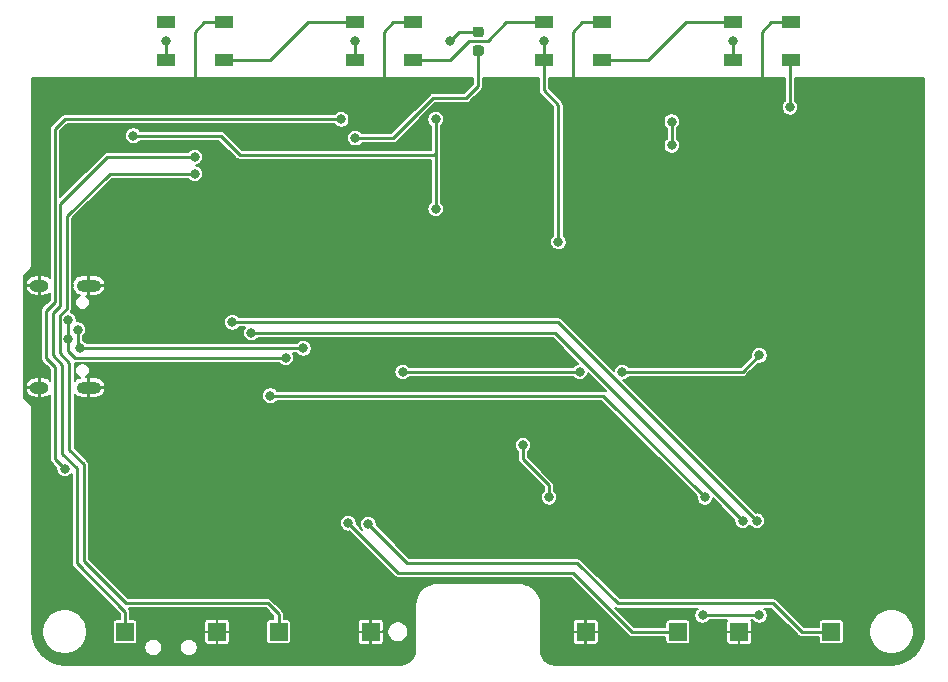
<source format=gbl>
%TF.GenerationSoftware,KiCad,Pcbnew,(5.1.6)-1*%
%TF.CreationDate,2021-03-27T23:39:17-04:00*%
%TF.ProjectId,sharptag,73686172-7074-4616-972e-6b696361645f,rev?*%
%TF.SameCoordinates,Original*%
%TF.FileFunction,Copper,L2,Bot*%
%TF.FilePolarity,Positive*%
%FSLAX46Y46*%
G04 Gerber Fmt 4.6, Leading zero omitted, Abs format (unit mm)*
G04 Created by KiCad (PCBNEW (5.1.6)-1) date 2021-03-27 23:39:17*
%MOMM*%
%LPD*%
G01*
G04 APERTURE LIST*
%TA.AperFunction,ComponentPad*%
%ADD10O,1.600000X1.000000*%
%TD*%
%TA.AperFunction,ComponentPad*%
%ADD11O,2.100000X1.000000*%
%TD*%
%TA.AperFunction,SMDPad,CuDef*%
%ADD12R,1.500000X1.500000*%
%TD*%
%TA.AperFunction,SMDPad,CuDef*%
%ADD13R,1.500000X1.000000*%
%TD*%
%TA.AperFunction,ViaPad*%
%ADD14C,0.800000*%
%TD*%
%TA.AperFunction,Conductor*%
%ADD15C,0.250000*%
%TD*%
%TA.AperFunction,Conductor*%
%ADD16C,0.203200*%
%TD*%
G04 APERTURE END LIST*
D10*
%TO.P,J1,S1*%
%TO.N,GND*%
X-37150000Y-6320000D03*
X-37150000Y2320000D03*
D11*
X-32970000Y2320000D03*
X-32970000Y-6320000D03*
%TD*%
D12*
%TO.P,SW3,2*%
%TO.N,/BUTTON0*%
X29900000Y-27000000D03*
%TO.P,SW3,1*%
%TO.N,GND*%
X22100000Y-27000000D03*
%TD*%
%TO.P,SW4,1*%
%TO.N,GND*%
X9100000Y-27000000D03*
%TO.P,SW4,2*%
%TO.N,/BUTTON1*%
X16900000Y-27000000D03*
%TD*%
%TO.P,SW5,2*%
%TO.N,/BUTTON2*%
X-16900000Y-27000000D03*
%TO.P,SW5,1*%
%TO.N,GND*%
X-9100000Y-27000000D03*
%TD*%
%TO.P,SW6,1*%
%TO.N,GND*%
X-22100000Y-27000000D03*
%TO.P,SW6,2*%
%TO.N,/BUTTON3*%
X-29900000Y-27000000D03*
%TD*%
%TO.P,Q4,1*%
%TO.N,/VNEO*%
%TA.AperFunction,SMDPad,CuDef*%
G36*
G01*
X-256250Y24225000D02*
X256250Y24225000D01*
G75*
G02*
X475000Y24006250I0J-218750D01*
G01*
X475000Y23568750D01*
G75*
G02*
X256250Y23350000I-218750J0D01*
G01*
X-256250Y23350000D01*
G75*
G02*
X-475000Y23568750I0J218750D01*
G01*
X-475000Y24006250D01*
G75*
G02*
X-256250Y24225000I218750J0D01*
G01*
G37*
%TD.AperFunction*%
%TO.P,Q4,2*%
%TO.N,/LIGHT*%
%TA.AperFunction,SMDPad,CuDef*%
G36*
G01*
X-256250Y22650000D02*
X256250Y22650000D01*
G75*
G02*
X475000Y22431250I0J-218750D01*
G01*
X475000Y21993750D01*
G75*
G02*
X256250Y21775000I-218750J0D01*
G01*
X-256250Y21775000D01*
G75*
G02*
X-475000Y21993750I0J218750D01*
G01*
X-475000Y22431250D01*
G75*
G02*
X-256250Y22650000I218750J0D01*
G01*
G37*
%TD.AperFunction*%
%TD*%
D13*
%TO.P,D7,1*%
%TO.N,/VNEO*%
X21550000Y21400000D03*
%TO.P,D7,2*%
%TO.N,Net-(D7-Pad2)*%
X21550000Y24600000D03*
%TO.P,D7,4*%
%TO.N,/NEOPIXEL*%
X26450000Y21400000D03*
%TO.P,D7,3*%
%TO.N,GND*%
X26450000Y24600000D03*
%TD*%
%TO.P,D8,3*%
%TO.N,GND*%
X10450000Y24600000D03*
%TO.P,D8,4*%
%TO.N,Net-(D7-Pad2)*%
X10450000Y21400000D03*
%TO.P,D8,2*%
%TO.N,Net-(D8-Pad2)*%
X5550000Y24600000D03*
%TO.P,D8,1*%
%TO.N,/VNEO*%
X5550000Y21400000D03*
%TD*%
%TO.P,D9,3*%
%TO.N,GND*%
X-5550000Y24600000D03*
%TO.P,D9,4*%
%TO.N,Net-(D8-Pad2)*%
X-5550000Y21400000D03*
%TO.P,D9,2*%
%TO.N,Net-(D10-Pad4)*%
X-10450000Y24600000D03*
%TO.P,D9,1*%
%TO.N,/VNEO*%
X-10450000Y21400000D03*
%TD*%
%TO.P,D10,1*%
%TO.N,/VNEO*%
X-26450000Y21400000D03*
%TO.P,D10,2*%
%TO.N,Net-(D10-Pad2)*%
X-26450000Y24600000D03*
%TO.P,D10,4*%
%TO.N,Net-(D10-Pad4)*%
X-21550000Y21400000D03*
%TO.P,D10,3*%
%TO.N,GND*%
X-21550000Y24600000D03*
%TD*%
D14*
%TO.N,GND*%
X-24200000Y-15400000D03*
X-20800000Y-19900000D03*
X-18669998Y-14300000D03*
X-18700000Y-9800000D03*
X-16700000Y-19900000D03*
X-25200000Y-25300000D03*
X34200000Y13200000D03*
X-27800000Y-10300000D03*
X1774860Y-12019704D03*
X8400000Y-12800000D03*
X15600000Y-200000D03*
X20200000Y-3000000D03*
X8000000Y19400000D03*
X24000000Y19400000D03*
X-24000000Y19400000D03*
X-8000000Y19400000D03*
X4800000Y-10400000D03*
X400000Y-6000000D03*
%TO.N,/AUDIO*%
X-19200000Y-1700000D03*
X22400000Y-17600000D03*
%TO.N,/SPKR_SD*%
X-20800000Y-800000D03*
X23600000Y-17600000D03*
%TO.N,VDD*%
X19000000Y-25600000D03*
X23800000Y-25600000D03*
%TO.N,+3V3*%
X6000000Y-15600000D03*
X3800000Y-11200000D03*
X-3600000Y8800000D03*
X-3600000Y16400000D03*
X-29187500Y15012500D03*
%TO.N,/D+*%
X-33912653Y-1412653D03*
X-33700000Y-3000000D03*
X-14800000Y-3000000D03*
%TO.N,/D-*%
X-16300000Y-3800000D03*
X-34700000Y-600000D03*
X-34700000Y-2200000D03*
%TO.N,/SCL*%
X16400000Y14200000D03*
X16400000Y16200000D03*
%TO.N,/RESET*%
X-35000000Y-13200000D03*
X-11600000Y16400000D03*
%TO.N,/BUTTON0*%
X-9300000Y-17900000D03*
%TO.N,/BUTTON1*%
X-11000000Y-17800000D03*
%TO.N,/BUTTON2*%
X-24000000Y11800000D03*
%TO.N,/BUTTON3*%
X-24000000Y13200000D03*
%TO.N,/VNEO*%
X21600000Y23000000D03*
X-26400000Y23000000D03*
X-10400000Y23000000D03*
X5600000Y23000000D03*
X-2400000Y23000000D03*
X6800000Y6000000D03*
%TO.N,/LIGHT*%
X-10400000Y14800000D03*
%TO.N,/NEOPIXEL*%
X26400000Y17400000D03*
%TO.N,/D1*%
X-6400000Y-5000000D03*
X8600000Y-5000000D03*
X12200000Y-5000000D03*
X23800000Y-3600000D03*
%TO.N,/AD1*%
X-17600000Y-7000000D03*
X19200000Y-15600000D03*
%TD*%
D15*
%TO.N,GND*%
X10450000Y24600000D02*
X8800000Y24600000D01*
X8800000Y24600000D02*
X8000000Y23800000D01*
X8000000Y23800000D02*
X8000000Y19400000D01*
X26450000Y24600000D02*
X24800000Y24600000D01*
X24800000Y24600000D02*
X24000000Y23800000D01*
X24000000Y23800000D02*
X24000000Y19400000D01*
X-21550000Y24600000D02*
X-23200000Y24600000D01*
X-23200000Y24600000D02*
X-24000000Y23800000D01*
X-24000000Y23800000D02*
X-24000000Y19400000D01*
X-5550000Y24600000D02*
X-7200000Y24600000D01*
X-7200000Y24600000D02*
X-8000000Y23800000D01*
X-8000000Y23800000D02*
X-8000000Y19400000D01*
%TO.N,/AUDIO*%
X-19200000Y-1700000D02*
X6500000Y-1700000D01*
X6500000Y-1700000D02*
X22400000Y-17600000D01*
%TO.N,/SPKR_SD*%
X-20800000Y-800000D02*
X6800000Y-800000D01*
X6800000Y-800000D02*
X23600000Y-17600000D01*
%TO.N,VDD*%
X19000000Y-25600000D02*
X23800000Y-25600000D01*
%TO.N,+3V3*%
X3800000Y-12400000D02*
X3800000Y-11200000D01*
X6000000Y-15600000D02*
X6000000Y-14600000D01*
X6000000Y-14600000D02*
X3800000Y-12400000D01*
X-3600000Y8800000D02*
X-3600000Y14000000D01*
X-3600000Y14000000D02*
X-3600000Y16400000D01*
X-3600000Y14000000D02*
X-3600000Y13500000D01*
X-3600000Y13500000D02*
X-3700000Y13400000D01*
X-3700000Y13400000D02*
X-20200000Y13400000D01*
X-21812500Y15012500D02*
X-29187500Y15012500D01*
X-20200000Y13400000D02*
X-21812500Y15012500D01*
%TO.N,/D+*%
X-33912653Y-1412653D02*
X-33912653Y-2787347D01*
X-33912653Y-2787347D02*
X-33700000Y-3000000D01*
X-33700000Y-3000000D02*
X-14800000Y-3000000D01*
%TO.N,/D-*%
X-34700000Y-600000D02*
X-34700000Y-2200000D01*
X-34700000Y-3200000D02*
X-34700000Y-2200000D01*
X-16300000Y-3800000D02*
X-34100000Y-3800000D01*
X-34100000Y-3800000D02*
X-34700000Y-3200000D01*
%TO.N,/SCL*%
X16400000Y14200000D02*
X16400000Y16200000D01*
%TO.N,/RESET*%
X-35850010Y15549990D02*
X-35000000Y16400000D01*
X-35000000Y16400000D02*
X-11600000Y16400000D01*
X-35800000Y-12400000D02*
X-35800000Y-4600000D01*
X-35000000Y-13200000D02*
X-35800000Y-12400000D01*
X-36600000Y200000D02*
X-35850010Y949990D01*
X-35850010Y949990D02*
X-35850010Y15549990D01*
X-35800000Y-4600000D02*
X-36600000Y-3800000D01*
X-36600000Y-3800000D02*
X-36600000Y200000D01*
%TO.N,/BUTTON0*%
X29900000Y-27000000D02*
X27400000Y-27000000D01*
X27400000Y-27000000D02*
X25000000Y-24600000D01*
X25000000Y-24600000D02*
X11800000Y-24600000D01*
X11800000Y-24600000D02*
X8400000Y-21200000D01*
X-6000000Y-21200000D02*
X-9300000Y-17900000D01*
X8400000Y-21200000D02*
X-6000000Y-21200000D01*
%TO.N,/BUTTON1*%
X16900000Y-27000000D02*
X13000000Y-27000000D01*
X13000000Y-27000000D02*
X8000000Y-22000000D01*
X8000000Y-22000000D02*
X-6800000Y-22000000D01*
X-6800000Y-22000000D02*
X-11000000Y-17800000D01*
%TO.N,/BUTTON2*%
X-16900000Y-27000000D02*
X-16900000Y-25500000D01*
X-17825001Y-24574999D02*
X-29825001Y-24574999D01*
X-16900000Y-25500000D02*
X-17825001Y-24574999D01*
X-29825001Y-24574999D02*
X-33400000Y-21000000D01*
X-33400000Y-21000000D02*
X-33400000Y-12800000D01*
X-33400000Y-12800000D02*
X-34600000Y-11600000D01*
X-34600000Y-11600000D02*
X-34600000Y-11000000D01*
X-34600000Y-11000000D02*
X-34600000Y-5600000D01*
X-34600000Y-5600000D02*
X-34600000Y-4200000D01*
X-35425001Y-3374999D02*
X-35425001Y-225001D01*
X-34600000Y-4200000D02*
X-35425001Y-3374999D01*
X-35425001Y-225001D02*
X-34800000Y400000D01*
X-34800000Y400000D02*
X-34800000Y8200000D01*
X-34800000Y8200000D02*
X-31200000Y11800000D01*
X-31200000Y11800000D02*
X-24000000Y11800000D01*
%TO.N,/BUTTON3*%
X-29900000Y-27000000D02*
X-29900000Y-25300000D01*
X-29900000Y-25300000D02*
X-34000000Y-21200000D01*
X-34000000Y-13126998D02*
X-35200000Y-11926998D01*
X-34000000Y-21200000D02*
X-34000000Y-13126998D01*
X-35200000Y-11926998D02*
X-35200000Y-5600000D01*
X-35200000Y-5600000D02*
X-35200000Y-4400000D01*
X-35200000Y-4400000D02*
X-36000000Y-3600000D01*
X-36000000Y-3600000D02*
X-36000000Y0D01*
X-36000000Y0D02*
X-35400000Y600000D01*
X-35400000Y600000D02*
X-35400000Y9200000D01*
X-35400000Y9200000D02*
X-31400000Y13200000D01*
X-31400000Y13200000D02*
X-24000000Y13200000D01*
%TO.N,/VNEO*%
X21550000Y21400000D02*
X21550000Y22950000D01*
X21550000Y22950000D02*
X21600000Y23000000D01*
X-26450000Y22950000D02*
X-26400000Y23000000D01*
X-26450000Y21400000D02*
X-26450000Y22950000D01*
X-10450000Y22950000D02*
X-10400000Y23000000D01*
X-10450000Y21400000D02*
X-10450000Y22950000D01*
X5550000Y21400000D02*
X5550000Y22950000D01*
X5550000Y22950000D02*
X5600000Y23000000D01*
X-1612500Y23787500D02*
X-2400000Y23000000D01*
X0Y23787500D02*
X-1612500Y23787500D01*
X6800000Y6000000D02*
X6800000Y17600000D01*
X5550000Y18850000D02*
X5550000Y21400000D01*
X6800000Y17600000D02*
X5550000Y18850000D01*
%TO.N,/LIGHT*%
X-10400000Y14800000D02*
X-7200000Y14800000D01*
X-7200000Y14800000D02*
X-3800000Y18200000D01*
X-3800000Y18200000D02*
X-1000000Y18200000D01*
X0Y19200000D02*
X0Y22212500D01*
X-1000000Y18200000D02*
X0Y19200000D01*
%TO.N,Net-(D7-Pad2)*%
X21550000Y24600000D02*
X17600000Y24600000D01*
X14400000Y21400000D02*
X10450000Y21400000D01*
X17600000Y24600000D02*
X14400000Y21400000D01*
%TO.N,Net-(D8-Pad2)*%
X5550000Y24600000D02*
X2400000Y24600000D01*
X2400000Y24600000D02*
X800000Y23000000D01*
X800000Y23000000D02*
X-800000Y23000000D01*
X-2400000Y21400000D02*
X-5550000Y21400000D01*
X-800000Y23000000D02*
X-2400000Y21400000D01*
%TO.N,Net-(D10-Pad4)*%
X-10450000Y24600000D02*
X-14400000Y24600000D01*
X-17600000Y21400000D02*
X-21550000Y21400000D01*
X-14400000Y24600000D02*
X-17600000Y21400000D01*
%TO.N,/NEOPIXEL*%
X26400000Y21350000D02*
X26450000Y21400000D01*
X26400000Y17400000D02*
X26400000Y21350000D01*
%TO.N,/D1*%
X-6400000Y-5000000D02*
X8600000Y-5000000D01*
X12200000Y-5000000D02*
X22400000Y-5000000D01*
X22400000Y-5000000D02*
X23800000Y-3600000D01*
%TO.N,/AD1*%
X-17600000Y-7000000D02*
X10600000Y-7000000D01*
X10600000Y-7000000D02*
X19200000Y-15600000D01*
%TD*%
D16*
%TO.N,GND*%
G36*
X-429800Y19378029D02*
G01*
X-1178028Y18629800D01*
X-3778894Y18629800D01*
X-3800001Y18631879D01*
X-3821108Y18629800D01*
X-3821109Y18629800D01*
X-3884255Y18623581D01*
X-3965273Y18599004D01*
X-4039940Y18559094D01*
X-4057582Y18544615D01*
X-4105385Y18505385D01*
X-4118841Y18488988D01*
X-7378028Y15229800D01*
X-9839527Y15229800D01*
X-9852546Y15249284D01*
X-9950716Y15347454D01*
X-10066152Y15424585D01*
X-10194417Y15477715D01*
X-10330583Y15504800D01*
X-10469417Y15504800D01*
X-10605583Y15477715D01*
X-10733848Y15424585D01*
X-10849284Y15347454D01*
X-10947454Y15249284D01*
X-11024585Y15133848D01*
X-11077715Y15005583D01*
X-11104800Y14869417D01*
X-11104800Y14730583D01*
X-11077715Y14594417D01*
X-11024585Y14466152D01*
X-10947454Y14350716D01*
X-10849284Y14252546D01*
X-10733848Y14175415D01*
X-10605583Y14122285D01*
X-10469417Y14095200D01*
X-10330583Y14095200D01*
X-10194417Y14122285D01*
X-10066152Y14175415D01*
X-9950716Y14252546D01*
X-9852546Y14350716D01*
X-9839527Y14370200D01*
X-7221107Y14370200D01*
X-7200000Y14368121D01*
X-7178893Y14370200D01*
X-7178891Y14370200D01*
X-7115745Y14376419D01*
X-7034727Y14400996D01*
X-6960061Y14440906D01*
X-6894615Y14494615D01*
X-6881152Y14511020D01*
X-3621971Y17770200D01*
X-1021107Y17770200D01*
X-1000000Y17768121D01*
X-978893Y17770200D01*
X-978891Y17770200D01*
X-915745Y17776419D01*
X-834727Y17800996D01*
X-760061Y17840906D01*
X-694615Y17894615D01*
X-681152Y17911020D01*
X288987Y18881158D01*
X305385Y18894615D01*
X337916Y18934255D01*
X359094Y18960060D01*
X399004Y19034727D01*
X399004Y19034728D01*
X423581Y19115745D01*
X429800Y19178891D01*
X429800Y19178893D01*
X431879Y19200000D01*
X429800Y19221107D01*
X429800Y19898400D01*
X5120200Y19898400D01*
X5120200Y18871107D01*
X5118121Y18850000D01*
X5120200Y18828893D01*
X5120200Y18828892D01*
X5126419Y18765746D01*
X5150996Y18684728D01*
X5190906Y18610061D01*
X5207435Y18589920D01*
X5244615Y18544615D01*
X5261020Y18531152D01*
X6370201Y17421970D01*
X6370200Y6560473D01*
X6350716Y6547454D01*
X6252546Y6449284D01*
X6175415Y6333848D01*
X6122285Y6205583D01*
X6095200Y6069417D01*
X6095200Y5930583D01*
X6122285Y5794417D01*
X6175415Y5666152D01*
X6252546Y5550716D01*
X6350716Y5452546D01*
X6466152Y5375415D01*
X6594417Y5322285D01*
X6730583Y5295200D01*
X6869417Y5295200D01*
X7005583Y5322285D01*
X7133848Y5375415D01*
X7249284Y5452546D01*
X7347454Y5550716D01*
X7424585Y5666152D01*
X7477715Y5794417D01*
X7504800Y5930583D01*
X7504800Y6069417D01*
X7477715Y6205583D01*
X7424585Y6333848D01*
X7347454Y6449284D01*
X7249284Y6547454D01*
X7229800Y6560473D01*
X7229800Y16269417D01*
X15695200Y16269417D01*
X15695200Y16130583D01*
X15722285Y15994417D01*
X15775415Y15866152D01*
X15852546Y15750716D01*
X15950716Y15652546D01*
X15970201Y15639527D01*
X15970200Y14760473D01*
X15950716Y14747454D01*
X15852546Y14649284D01*
X15775415Y14533848D01*
X15722285Y14405583D01*
X15695200Y14269417D01*
X15695200Y14130583D01*
X15722285Y13994417D01*
X15775415Y13866152D01*
X15852546Y13750716D01*
X15950716Y13652546D01*
X16066152Y13575415D01*
X16194417Y13522285D01*
X16330583Y13495200D01*
X16469417Y13495200D01*
X16605583Y13522285D01*
X16733848Y13575415D01*
X16849284Y13652546D01*
X16947454Y13750716D01*
X17024585Y13866152D01*
X17077715Y13994417D01*
X17104800Y14130583D01*
X17104800Y14269417D01*
X17077715Y14405583D01*
X17024585Y14533848D01*
X16947454Y14649284D01*
X16849284Y14747454D01*
X16829800Y14760473D01*
X16829800Y15639527D01*
X16849284Y15652546D01*
X16947454Y15750716D01*
X17024585Y15866152D01*
X17077715Y15994417D01*
X17104800Y16130583D01*
X17104800Y16269417D01*
X17077715Y16405583D01*
X17024585Y16533848D01*
X16947454Y16649284D01*
X16849284Y16747454D01*
X16733848Y16824585D01*
X16605583Y16877715D01*
X16469417Y16904800D01*
X16330583Y16904800D01*
X16194417Y16877715D01*
X16066152Y16824585D01*
X15950716Y16747454D01*
X15852546Y16649284D01*
X15775415Y16533848D01*
X15722285Y16405583D01*
X15695200Y16269417D01*
X7229800Y16269417D01*
X7229800Y17578893D01*
X7231879Y17600000D01*
X7229800Y17621109D01*
X7223581Y17684255D01*
X7199004Y17765273D01*
X7179910Y17800996D01*
X7159094Y17839940D01*
X7135216Y17869035D01*
X7105385Y17905385D01*
X7088986Y17918843D01*
X5979800Y19028028D01*
X5979800Y19898400D01*
X25970201Y19898400D01*
X25970200Y17960473D01*
X25950716Y17947454D01*
X25852546Y17849284D01*
X25775415Y17733848D01*
X25722285Y17605583D01*
X25695200Y17469417D01*
X25695200Y17330583D01*
X25722285Y17194417D01*
X25775415Y17066152D01*
X25852546Y16950716D01*
X25950716Y16852546D01*
X26066152Y16775415D01*
X26194417Y16722285D01*
X26330583Y16695200D01*
X26469417Y16695200D01*
X26605583Y16722285D01*
X26733848Y16775415D01*
X26849284Y16852546D01*
X26947454Y16950716D01*
X27024585Y17066152D01*
X27077715Y17194417D01*
X27104800Y17330583D01*
X27104800Y17469417D01*
X27077715Y17605583D01*
X27024585Y17733848D01*
X26947454Y17849284D01*
X26849284Y17947454D01*
X26829800Y17960473D01*
X26829800Y19898400D01*
X37770201Y19898400D01*
X37770200Y-26983871D01*
X37715890Y-27537761D01*
X37559715Y-28055040D01*
X37306041Y-28532130D01*
X36964531Y-28950863D01*
X36548194Y-29295287D01*
X36072883Y-29552287D01*
X35556707Y-29712070D01*
X35003785Y-29770185D01*
X34999412Y-29770200D01*
X6516129Y-29770200D01*
X6273015Y-29746363D01*
X6054674Y-29680441D01*
X5853297Y-29573367D01*
X5676550Y-29429216D01*
X5531173Y-29253485D01*
X5422694Y-29052859D01*
X5355249Y-28834980D01*
X5329800Y-28592840D01*
X5329800Y-27750000D01*
X7992679Y-27750000D01*
X7999545Y-27819710D01*
X8019878Y-27886741D01*
X8052898Y-27948517D01*
X8097336Y-28002664D01*
X8151483Y-28047102D01*
X8213259Y-28080122D01*
X8280290Y-28100455D01*
X8350000Y-28107321D01*
X8985700Y-28105600D01*
X9074600Y-28016700D01*
X9074600Y-27025400D01*
X9125400Y-27025400D01*
X9125400Y-28016700D01*
X9214300Y-28105600D01*
X9850000Y-28107321D01*
X9919710Y-28100455D01*
X9986741Y-28080122D01*
X10048517Y-28047102D01*
X10102664Y-28002664D01*
X10147102Y-27948517D01*
X10180122Y-27886741D01*
X10200455Y-27819710D01*
X10207321Y-27750000D01*
X10205600Y-27114300D01*
X10116700Y-27025400D01*
X9125400Y-27025400D01*
X9074600Y-27025400D01*
X8083300Y-27025400D01*
X7994400Y-27114300D01*
X7992679Y-27750000D01*
X5329800Y-27750000D01*
X5329800Y-26250000D01*
X7992679Y-26250000D01*
X7994400Y-26885700D01*
X8083300Y-26974600D01*
X9074600Y-26974600D01*
X9074600Y-25983300D01*
X9125400Y-25983300D01*
X9125400Y-26974600D01*
X10116700Y-26974600D01*
X10205600Y-26885700D01*
X10207321Y-26250000D01*
X10200455Y-26180290D01*
X10180122Y-26113259D01*
X10147102Y-26051483D01*
X10102664Y-25997336D01*
X10048517Y-25952898D01*
X9986741Y-25919878D01*
X9919710Y-25899545D01*
X9850000Y-25892679D01*
X9214300Y-25894400D01*
X9125400Y-25983300D01*
X9074600Y-25983300D01*
X8985700Y-25894400D01*
X8350000Y-25892679D01*
X8280290Y-25899545D01*
X8213259Y-25919878D01*
X8151483Y-25952898D01*
X8097336Y-25997336D01*
X8052898Y-26051483D01*
X8019878Y-26113259D01*
X7999545Y-26180290D01*
X7992679Y-26250000D01*
X5329800Y-26250000D01*
X5329800Y-24683807D01*
X5328341Y-24668990D01*
X5328406Y-24659639D01*
X5327956Y-24655056D01*
X5297356Y-24363910D01*
X5291347Y-24334636D01*
X5285745Y-24305267D01*
X5284414Y-24300858D01*
X5197846Y-24021202D01*
X5186258Y-23993636D01*
X5175065Y-23965932D01*
X5172903Y-23961866D01*
X5033664Y-23704350D01*
X5016965Y-23679593D01*
X5000582Y-23654557D01*
X4997671Y-23650989D01*
X4811066Y-23425422D01*
X4789880Y-23404383D01*
X4768943Y-23383003D01*
X4765395Y-23380068D01*
X4538530Y-23195041D01*
X4513625Y-23178494D01*
X4488970Y-23161612D01*
X4484919Y-23159422D01*
X4226438Y-23021985D01*
X4198803Y-23010595D01*
X4171328Y-22998819D01*
X4166929Y-22997457D01*
X3886675Y-22912843D01*
X3857338Y-22907034D01*
X3828114Y-22900822D01*
X3823538Y-22900341D01*
X3823534Y-22900341D01*
X3532182Y-22871774D01*
X3532173Y-22871774D01*
X3516193Y-22870200D01*
X-3516193Y-22870200D01*
X-3531010Y-22871659D01*
X-3540361Y-22871594D01*
X-3544944Y-22872044D01*
X-3836090Y-22902644D01*
X-3865364Y-22908653D01*
X-3894733Y-22914255D01*
X-3899142Y-22915586D01*
X-4178798Y-23002154D01*
X-4206364Y-23013742D01*
X-4234068Y-23024935D01*
X-4238134Y-23027097D01*
X-4495650Y-23166336D01*
X-4520407Y-23183035D01*
X-4545443Y-23199418D01*
X-4549011Y-23202329D01*
X-4774578Y-23388934D01*
X-4795617Y-23410120D01*
X-4816997Y-23431057D01*
X-4819932Y-23434605D01*
X-5004959Y-23661470D01*
X-5021506Y-23686375D01*
X-5038388Y-23711030D01*
X-5040578Y-23715081D01*
X-5178015Y-23973562D01*
X-5189405Y-24001197D01*
X-5201181Y-24028672D01*
X-5202543Y-24033071D01*
X-5287157Y-24313325D01*
X-5292966Y-24342662D01*
X-5299178Y-24371886D01*
X-5299659Y-24376466D01*
X-5328226Y-24667818D01*
X-5328226Y-24667837D01*
X-5329799Y-24683807D01*
X-5329800Y-28583871D01*
X-5353637Y-28826985D01*
X-5419559Y-29045326D01*
X-5526633Y-29246703D01*
X-5670784Y-29423450D01*
X-5846515Y-29568827D01*
X-6047141Y-29677306D01*
X-6265020Y-29744751D01*
X-6507160Y-29770200D01*
X-34983871Y-29770200D01*
X-35537761Y-29715890D01*
X-36055040Y-29559715D01*
X-36532130Y-29306041D01*
X-36950863Y-28964531D01*
X-37295287Y-28548194D01*
X-37552287Y-28072883D01*
X-37712070Y-27556707D01*
X-37770185Y-27003785D01*
X-37770200Y-26999412D01*
X-37770200Y-26812394D01*
X-36904800Y-26812394D01*
X-36904800Y-27187606D01*
X-36831600Y-27555610D01*
X-36688012Y-27902261D01*
X-36479555Y-28214240D01*
X-36214240Y-28479555D01*
X-35902261Y-28688012D01*
X-35555610Y-28831600D01*
X-35187606Y-28904800D01*
X-34812394Y-28904800D01*
X-34444390Y-28831600D01*
X-34097739Y-28688012D01*
X-33785760Y-28479555D01*
X-33561864Y-28255659D01*
X-28254800Y-28255659D01*
X-28254800Y-28404341D01*
X-28225793Y-28550167D01*
X-28168895Y-28687532D01*
X-28086291Y-28811157D01*
X-27981157Y-28916291D01*
X-27857532Y-28998895D01*
X-27720167Y-29055793D01*
X-27574341Y-29084800D01*
X-27425659Y-29084800D01*
X-27279833Y-29055793D01*
X-27142468Y-28998895D01*
X-27018843Y-28916291D01*
X-26913709Y-28811157D01*
X-26831105Y-28687532D01*
X-26774207Y-28550167D01*
X-26745200Y-28404341D01*
X-26745200Y-28255659D01*
X-25254800Y-28255659D01*
X-25254800Y-28404341D01*
X-25225793Y-28550167D01*
X-25168895Y-28687532D01*
X-25086291Y-28811157D01*
X-24981157Y-28916291D01*
X-24857532Y-28998895D01*
X-24720167Y-29055793D01*
X-24574341Y-29084800D01*
X-24425659Y-29084800D01*
X-24279833Y-29055793D01*
X-24142468Y-28998895D01*
X-24018843Y-28916291D01*
X-23913709Y-28811157D01*
X-23831105Y-28687532D01*
X-23774207Y-28550167D01*
X-23745200Y-28404341D01*
X-23745200Y-28255659D01*
X-23774207Y-28109833D01*
X-23831105Y-27972468D01*
X-23913709Y-27848843D01*
X-24012552Y-27750000D01*
X-23207321Y-27750000D01*
X-23200455Y-27819710D01*
X-23180122Y-27886741D01*
X-23147102Y-27948517D01*
X-23102664Y-28002664D01*
X-23048517Y-28047102D01*
X-22986741Y-28080122D01*
X-22919710Y-28100455D01*
X-22850000Y-28107321D01*
X-22214300Y-28105600D01*
X-22125400Y-28016700D01*
X-22125400Y-27025400D01*
X-22074600Y-27025400D01*
X-22074600Y-28016700D01*
X-21985700Y-28105600D01*
X-21350000Y-28107321D01*
X-21280290Y-28100455D01*
X-21213259Y-28080122D01*
X-21151483Y-28047102D01*
X-21097336Y-28002664D01*
X-21052898Y-27948517D01*
X-21019878Y-27886741D01*
X-20999545Y-27819710D01*
X-20992679Y-27750000D01*
X-20994400Y-27114300D01*
X-21083300Y-27025400D01*
X-22074600Y-27025400D01*
X-22125400Y-27025400D01*
X-23116700Y-27025400D01*
X-23205600Y-27114300D01*
X-23207321Y-27750000D01*
X-24012552Y-27750000D01*
X-24018843Y-27743709D01*
X-24142468Y-27661105D01*
X-24279833Y-27604207D01*
X-24425659Y-27575200D01*
X-24574341Y-27575200D01*
X-24720167Y-27604207D01*
X-24857532Y-27661105D01*
X-24981157Y-27743709D01*
X-25086291Y-27848843D01*
X-25168895Y-27972468D01*
X-25225793Y-28109833D01*
X-25254800Y-28255659D01*
X-26745200Y-28255659D01*
X-26774207Y-28109833D01*
X-26831105Y-27972468D01*
X-26913709Y-27848843D01*
X-27018843Y-27743709D01*
X-27142468Y-27661105D01*
X-27279833Y-27604207D01*
X-27425659Y-27575200D01*
X-27574341Y-27575200D01*
X-27720167Y-27604207D01*
X-27857532Y-27661105D01*
X-27981157Y-27743709D01*
X-28086291Y-27848843D01*
X-28168895Y-27972468D01*
X-28225793Y-28109833D01*
X-28254800Y-28255659D01*
X-33561864Y-28255659D01*
X-33520445Y-28214240D01*
X-33311988Y-27902261D01*
X-33168400Y-27555610D01*
X-33095200Y-27187606D01*
X-33095200Y-26812394D01*
X-33168400Y-26444390D01*
X-33311988Y-26097739D01*
X-33520445Y-25785760D01*
X-33785760Y-25520445D01*
X-34097739Y-25311988D01*
X-34444390Y-25168400D01*
X-34812394Y-25095200D01*
X-35187606Y-25095200D01*
X-35555610Y-25168400D01*
X-35902261Y-25311988D01*
X-36214240Y-25520445D01*
X-36479555Y-25785760D01*
X-36688012Y-26097739D01*
X-36831600Y-26444390D01*
X-36904800Y-26812394D01*
X-37770200Y-26812394D01*
X-37770200Y-8016190D01*
X-37768605Y-7999999D01*
X-37770200Y-7983807D01*
X-37774973Y-7935348D01*
X-37793831Y-7873181D01*
X-37824455Y-7815887D01*
X-37865668Y-7765668D01*
X-37878254Y-7755339D01*
X-38470200Y-7163394D01*
X-38470200Y-6478874D01*
X-38290720Y-6478874D01*
X-38250192Y-6623959D01*
X-38175517Y-6774228D01*
X-38072961Y-6907041D01*
X-37946465Y-7017295D01*
X-37800890Y-7100752D01*
X-37641831Y-7154205D01*
X-37475400Y-7175600D01*
X-37175400Y-7175600D01*
X-37175400Y-6345400D01*
X-38216279Y-6345400D01*
X-38290720Y-6478874D01*
X-38470200Y-6478874D01*
X-38470200Y-6161126D01*
X-38290720Y-6161126D01*
X-38216279Y-6294600D01*
X-37175400Y-6294600D01*
X-37175400Y-5464400D01*
X-37475400Y-5464400D01*
X-37641831Y-5485795D01*
X-37800890Y-5539248D01*
X-37946465Y-5622705D01*
X-38072961Y-5732959D01*
X-38175517Y-5865772D01*
X-38250192Y-6016041D01*
X-38290720Y-6161126D01*
X-38470200Y-6161126D01*
X-38470200Y2161126D01*
X-38290720Y2161126D01*
X-38250192Y2016041D01*
X-38175517Y1865772D01*
X-38072961Y1732959D01*
X-37946465Y1622705D01*
X-37800890Y1539248D01*
X-37641831Y1485795D01*
X-37475400Y1464400D01*
X-37175400Y1464400D01*
X-37175400Y2294600D01*
X-38216279Y2294600D01*
X-38290720Y2161126D01*
X-38470200Y2161126D01*
X-38470200Y2478874D01*
X-38290720Y2478874D01*
X-38216279Y2345400D01*
X-37175400Y2345400D01*
X-37175400Y3175600D01*
X-37124600Y3175600D01*
X-37124600Y2345400D01*
X-37104600Y2345400D01*
X-37104600Y2294600D01*
X-37124600Y2294600D01*
X-37124600Y1464400D01*
X-36824600Y1464400D01*
X-36658169Y1485795D01*
X-36499110Y1539248D01*
X-36353535Y1622705D01*
X-36279810Y1686964D01*
X-36279810Y1128019D01*
X-36888985Y518843D01*
X-36905384Y505385D01*
X-36929998Y475392D01*
X-36959094Y439939D01*
X-36999004Y365272D01*
X-37023580Y284255D01*
X-37031879Y200000D01*
X-37029799Y178883D01*
X-37029800Y-3778893D01*
X-37031879Y-3800000D01*
X-37029800Y-3821107D01*
X-37029800Y-3821108D01*
X-37023581Y-3884254D01*
X-37000878Y-3959094D01*
X-36999004Y-3965272D01*
X-36959094Y-4039939D01*
X-36942565Y-4060080D01*
X-36905385Y-4105385D01*
X-36888980Y-4118848D01*
X-36229799Y-4778030D01*
X-36229799Y-5730553D01*
X-36353535Y-5622705D01*
X-36499110Y-5539248D01*
X-36658169Y-5485795D01*
X-36824600Y-5464400D01*
X-37124600Y-5464400D01*
X-37124600Y-6294600D01*
X-37104600Y-6294600D01*
X-37104600Y-6345400D01*
X-37124600Y-6345400D01*
X-37124600Y-7175600D01*
X-36824600Y-7175600D01*
X-36658169Y-7154205D01*
X-36499110Y-7100752D01*
X-36353535Y-7017295D01*
X-36229799Y-6909447D01*
X-36229800Y-12378893D01*
X-36231879Y-12400000D01*
X-36229800Y-12421107D01*
X-36229800Y-12421108D01*
X-36223581Y-12484254D01*
X-36215464Y-12511011D01*
X-36199004Y-12565272D01*
X-36159094Y-12639939D01*
X-36142565Y-12660080D01*
X-36105385Y-12705385D01*
X-36088980Y-12718848D01*
X-35700228Y-13107600D01*
X-35704800Y-13130583D01*
X-35704800Y-13269417D01*
X-35677715Y-13405583D01*
X-35624585Y-13533848D01*
X-35547454Y-13649284D01*
X-35449284Y-13747454D01*
X-35333848Y-13824585D01*
X-35205583Y-13877715D01*
X-35069417Y-13904800D01*
X-34930583Y-13904800D01*
X-34794417Y-13877715D01*
X-34666152Y-13824585D01*
X-34550716Y-13747454D01*
X-34452546Y-13649284D01*
X-34429799Y-13615240D01*
X-34429800Y-21178893D01*
X-34431879Y-21200000D01*
X-34429800Y-21221107D01*
X-34429800Y-21221108D01*
X-34423581Y-21284254D01*
X-34400878Y-21359094D01*
X-34399004Y-21365272D01*
X-34359094Y-21439939D01*
X-34342565Y-21460080D01*
X-34305385Y-21505385D01*
X-34288980Y-21518848D01*
X-30329799Y-25478030D01*
X-30329799Y-25943726D01*
X-30650000Y-25943726D01*
X-30709751Y-25949611D01*
X-30767206Y-25967040D01*
X-30820157Y-25995342D01*
X-30866568Y-26033432D01*
X-30904658Y-26079843D01*
X-30932960Y-26132794D01*
X-30950389Y-26190249D01*
X-30956274Y-26250000D01*
X-30956274Y-27750000D01*
X-30950389Y-27809751D01*
X-30932960Y-27867206D01*
X-30904658Y-27920157D01*
X-30866568Y-27966568D01*
X-30820157Y-28004658D01*
X-30767206Y-28032960D01*
X-30709751Y-28050389D01*
X-30650000Y-28056274D01*
X-29150000Y-28056274D01*
X-29090249Y-28050389D01*
X-29032794Y-28032960D01*
X-28979843Y-28004658D01*
X-28933432Y-27966568D01*
X-28895342Y-27920157D01*
X-28867040Y-27867206D01*
X-28849611Y-27809751D01*
X-28843726Y-27750000D01*
X-28843726Y-26250000D01*
X-23207321Y-26250000D01*
X-23205600Y-26885700D01*
X-23116700Y-26974600D01*
X-22125400Y-26974600D01*
X-22125400Y-25983300D01*
X-22074600Y-25983300D01*
X-22074600Y-26974600D01*
X-21083300Y-26974600D01*
X-20994400Y-26885700D01*
X-20992679Y-26250000D01*
X-20999545Y-26180290D01*
X-21019878Y-26113259D01*
X-21052898Y-26051483D01*
X-21097336Y-25997336D01*
X-21151483Y-25952898D01*
X-21213259Y-25919878D01*
X-21280290Y-25899545D01*
X-21350000Y-25892679D01*
X-21985700Y-25894400D01*
X-22074600Y-25983300D01*
X-22125400Y-25983300D01*
X-22214300Y-25894400D01*
X-22850000Y-25892679D01*
X-22919710Y-25899545D01*
X-22986741Y-25919878D01*
X-23048517Y-25952898D01*
X-23102664Y-25997336D01*
X-23147102Y-26051483D01*
X-23180122Y-26113259D01*
X-23200455Y-26180290D01*
X-23207321Y-26250000D01*
X-28843726Y-26250000D01*
X-28849611Y-26190249D01*
X-28867040Y-26132794D01*
X-28895342Y-26079843D01*
X-28933432Y-26033432D01*
X-28979843Y-25995342D01*
X-29032794Y-25967040D01*
X-29090249Y-25949611D01*
X-29150000Y-25943726D01*
X-29470200Y-25943726D01*
X-29470200Y-25321107D01*
X-29468121Y-25300000D01*
X-29471455Y-25266152D01*
X-29476419Y-25215745D01*
X-29500996Y-25134727D01*
X-29540906Y-25060060D01*
X-29575626Y-25017754D01*
X-29586257Y-25004799D01*
X-18003029Y-25004799D01*
X-17329799Y-25678030D01*
X-17329799Y-25943726D01*
X-17650000Y-25943726D01*
X-17709751Y-25949611D01*
X-17767206Y-25967040D01*
X-17820157Y-25995342D01*
X-17866568Y-26033432D01*
X-17904658Y-26079843D01*
X-17932960Y-26132794D01*
X-17950389Y-26190249D01*
X-17956274Y-26250000D01*
X-17956274Y-27750000D01*
X-17950389Y-27809751D01*
X-17932960Y-27867206D01*
X-17904658Y-27920157D01*
X-17866568Y-27966568D01*
X-17820157Y-28004658D01*
X-17767206Y-28032960D01*
X-17709751Y-28050389D01*
X-17650000Y-28056274D01*
X-16150000Y-28056274D01*
X-16090249Y-28050389D01*
X-16032794Y-28032960D01*
X-15979843Y-28004658D01*
X-15933432Y-27966568D01*
X-15895342Y-27920157D01*
X-15867040Y-27867206D01*
X-15849611Y-27809751D01*
X-15843726Y-27750000D01*
X-10207321Y-27750000D01*
X-10200455Y-27819710D01*
X-10180122Y-27886741D01*
X-10147102Y-27948517D01*
X-10102664Y-28002664D01*
X-10048517Y-28047102D01*
X-9986741Y-28080122D01*
X-9919710Y-28100455D01*
X-9850000Y-28107321D01*
X-9214300Y-28105600D01*
X-9125400Y-28016700D01*
X-9125400Y-27025400D01*
X-9074600Y-27025400D01*
X-9074600Y-28016700D01*
X-8985700Y-28105600D01*
X-8350000Y-28107321D01*
X-8280290Y-28100455D01*
X-8213259Y-28080122D01*
X-8151483Y-28047102D01*
X-8097336Y-28002664D01*
X-8052898Y-27948517D01*
X-8019878Y-27886741D01*
X-7999545Y-27819710D01*
X-7992679Y-27750000D01*
X-7994400Y-27114300D01*
X-8083300Y-27025400D01*
X-9074600Y-27025400D01*
X-9125400Y-27025400D01*
X-10116700Y-27025400D01*
X-10205600Y-27114300D01*
X-10207321Y-27750000D01*
X-15843726Y-27750000D01*
X-15843726Y-26250000D01*
X-10207321Y-26250000D01*
X-10205600Y-26885700D01*
X-10116700Y-26974600D01*
X-9125400Y-26974600D01*
X-9125400Y-25983300D01*
X-9074600Y-25983300D01*
X-9074600Y-26974600D01*
X-8083300Y-26974600D01*
X-8021949Y-26913249D01*
X-7680800Y-26913249D01*
X-7680800Y-27086751D01*
X-7646952Y-27256920D01*
X-7580555Y-27417215D01*
X-7484162Y-27561477D01*
X-7361477Y-27684162D01*
X-7217215Y-27780555D01*
X-7056920Y-27846952D01*
X-6886751Y-27880800D01*
X-6713249Y-27880800D01*
X-6543080Y-27846952D01*
X-6382785Y-27780555D01*
X-6238523Y-27684162D01*
X-6115838Y-27561477D01*
X-6019445Y-27417215D01*
X-5953048Y-27256920D01*
X-5919200Y-27086751D01*
X-5919200Y-26913249D01*
X-5953048Y-26743080D01*
X-6019445Y-26582785D01*
X-6115838Y-26438523D01*
X-6238523Y-26315838D01*
X-6382785Y-26219445D01*
X-6543080Y-26153048D01*
X-6713249Y-26119200D01*
X-6886751Y-26119200D01*
X-7056920Y-26153048D01*
X-7217215Y-26219445D01*
X-7361477Y-26315838D01*
X-7484162Y-26438523D01*
X-7580555Y-26582785D01*
X-7646952Y-26743080D01*
X-7680800Y-26913249D01*
X-8021949Y-26913249D01*
X-7994400Y-26885700D01*
X-7992679Y-26250000D01*
X-7999545Y-26180290D01*
X-8019878Y-26113259D01*
X-8052898Y-26051483D01*
X-8097336Y-25997336D01*
X-8151483Y-25952898D01*
X-8213259Y-25919878D01*
X-8280290Y-25899545D01*
X-8350000Y-25892679D01*
X-8985700Y-25894400D01*
X-9074600Y-25983300D01*
X-9125400Y-25983300D01*
X-9214300Y-25894400D01*
X-9850000Y-25892679D01*
X-9919710Y-25899545D01*
X-9986741Y-25919878D01*
X-10048517Y-25952898D01*
X-10102664Y-25997336D01*
X-10147102Y-26051483D01*
X-10180122Y-26113259D01*
X-10200455Y-26180290D01*
X-10207321Y-26250000D01*
X-15843726Y-26250000D01*
X-15849611Y-26190249D01*
X-15867040Y-26132794D01*
X-15895342Y-26079843D01*
X-15933432Y-26033432D01*
X-15979843Y-25995342D01*
X-16032794Y-25967040D01*
X-16090249Y-25949611D01*
X-16150000Y-25943726D01*
X-16470200Y-25943726D01*
X-16470200Y-25521107D01*
X-16468121Y-25500000D01*
X-16470200Y-25478891D01*
X-16476419Y-25415745D01*
X-16500996Y-25334727D01*
X-16537650Y-25266152D01*
X-16540906Y-25260060D01*
X-16564784Y-25230965D01*
X-16594615Y-25194615D01*
X-16611014Y-25181157D01*
X-17506153Y-24286019D01*
X-17519616Y-24269614D01*
X-17585062Y-24215905D01*
X-17659728Y-24175995D01*
X-17740746Y-24151418D01*
X-17803892Y-24145199D01*
X-17803894Y-24145199D01*
X-17825001Y-24143120D01*
X-17846108Y-24145199D01*
X-29646972Y-24145199D01*
X-32970200Y-20821972D01*
X-32970200Y-17730583D01*
X-11704800Y-17730583D01*
X-11704800Y-17869417D01*
X-11677715Y-18005583D01*
X-11624585Y-18133848D01*
X-11547454Y-18249284D01*
X-11449284Y-18347454D01*
X-11333848Y-18424585D01*
X-11205583Y-18477715D01*
X-11069417Y-18504800D01*
X-10930583Y-18504800D01*
X-10907600Y-18500228D01*
X-7118843Y-22288986D01*
X-7105385Y-22305385D01*
X-7069035Y-22335216D01*
X-7039940Y-22359094D01*
X-6965273Y-22399004D01*
X-6884255Y-22423581D01*
X-6821109Y-22429800D01*
X-6821107Y-22429800D01*
X-6800000Y-22431879D01*
X-6778893Y-22429800D01*
X7821972Y-22429800D01*
X12681157Y-27288986D01*
X12694615Y-27305385D01*
X12719880Y-27326119D01*
X12760060Y-27359094D01*
X12818134Y-27390135D01*
X12834727Y-27399004D01*
X12915745Y-27423581D01*
X12978891Y-27429800D01*
X12978893Y-27429800D01*
X13000000Y-27431879D01*
X13021107Y-27429800D01*
X15843726Y-27429800D01*
X15843726Y-27750000D01*
X15849611Y-27809751D01*
X15867040Y-27867206D01*
X15895342Y-27920157D01*
X15933432Y-27966568D01*
X15979843Y-28004658D01*
X16032794Y-28032960D01*
X16090249Y-28050389D01*
X16150000Y-28056274D01*
X17650000Y-28056274D01*
X17709751Y-28050389D01*
X17767206Y-28032960D01*
X17820157Y-28004658D01*
X17866568Y-27966568D01*
X17904658Y-27920157D01*
X17932960Y-27867206D01*
X17950389Y-27809751D01*
X17956274Y-27750000D01*
X20992679Y-27750000D01*
X20999545Y-27819710D01*
X21019878Y-27886741D01*
X21052898Y-27948517D01*
X21097336Y-28002664D01*
X21151483Y-28047102D01*
X21213259Y-28080122D01*
X21280290Y-28100455D01*
X21350000Y-28107321D01*
X21985700Y-28105600D01*
X22074600Y-28016700D01*
X22074600Y-27025400D01*
X22125400Y-27025400D01*
X22125400Y-28016700D01*
X22214300Y-28105600D01*
X22850000Y-28107321D01*
X22919710Y-28100455D01*
X22986741Y-28080122D01*
X23048517Y-28047102D01*
X23102664Y-28002664D01*
X23147102Y-27948517D01*
X23180122Y-27886741D01*
X23200455Y-27819710D01*
X23207321Y-27750000D01*
X23205600Y-27114300D01*
X23116700Y-27025400D01*
X22125400Y-27025400D01*
X22074600Y-27025400D01*
X21083300Y-27025400D01*
X20994400Y-27114300D01*
X20992679Y-27750000D01*
X17956274Y-27750000D01*
X17956274Y-26250000D01*
X17950389Y-26190249D01*
X17932960Y-26132794D01*
X17904658Y-26079843D01*
X17866568Y-26033432D01*
X17820157Y-25995342D01*
X17767206Y-25967040D01*
X17709751Y-25949611D01*
X17650000Y-25943726D01*
X16150000Y-25943726D01*
X16090249Y-25949611D01*
X16032794Y-25967040D01*
X15979843Y-25995342D01*
X15933432Y-26033432D01*
X15895342Y-26079843D01*
X15867040Y-26132794D01*
X15849611Y-26190249D01*
X15843726Y-26250000D01*
X15843726Y-26570200D01*
X13178029Y-26570200D01*
X11574803Y-24966974D01*
X11626516Y-24994615D01*
X11634727Y-24999004D01*
X11715745Y-25023581D01*
X11778891Y-25029800D01*
X11778892Y-25029800D01*
X11799999Y-25031879D01*
X11821106Y-25029800D01*
X18584758Y-25029800D01*
X18550716Y-25052546D01*
X18452546Y-25150716D01*
X18375415Y-25266152D01*
X18322285Y-25394417D01*
X18295200Y-25530583D01*
X18295200Y-25669417D01*
X18322285Y-25805583D01*
X18375415Y-25933848D01*
X18452546Y-26049284D01*
X18550716Y-26147454D01*
X18666152Y-26224585D01*
X18794417Y-26277715D01*
X18930583Y-26304800D01*
X19069417Y-26304800D01*
X19205583Y-26277715D01*
X19333848Y-26224585D01*
X19449284Y-26147454D01*
X19547454Y-26049284D01*
X19560473Y-26029800D01*
X21070693Y-26029800D01*
X21052898Y-26051483D01*
X21019878Y-26113259D01*
X20999545Y-26180290D01*
X20992679Y-26250000D01*
X20994400Y-26885700D01*
X21083300Y-26974600D01*
X22074600Y-26974600D01*
X22074600Y-26954600D01*
X22125400Y-26954600D01*
X22125400Y-26974600D01*
X23116700Y-26974600D01*
X23205600Y-26885700D01*
X23207321Y-26250000D01*
X23200455Y-26180290D01*
X23180122Y-26113259D01*
X23147102Y-26051483D01*
X23129307Y-26029800D01*
X23239527Y-26029800D01*
X23252546Y-26049284D01*
X23350716Y-26147454D01*
X23466152Y-26224585D01*
X23594417Y-26277715D01*
X23730583Y-26304800D01*
X23869417Y-26304800D01*
X24005583Y-26277715D01*
X24133848Y-26224585D01*
X24249284Y-26147454D01*
X24347454Y-26049284D01*
X24424585Y-25933848D01*
X24477715Y-25805583D01*
X24504800Y-25669417D01*
X24504800Y-25530583D01*
X24477715Y-25394417D01*
X24424585Y-25266152D01*
X24347454Y-25150716D01*
X24249284Y-25052546D01*
X24215242Y-25029800D01*
X24821972Y-25029800D01*
X27081157Y-27288986D01*
X27094615Y-27305385D01*
X27119880Y-27326119D01*
X27160060Y-27359094D01*
X27218134Y-27390135D01*
X27234727Y-27399004D01*
X27315745Y-27423581D01*
X27378891Y-27429800D01*
X27378893Y-27429800D01*
X27400000Y-27431879D01*
X27421107Y-27429800D01*
X28843726Y-27429800D01*
X28843726Y-27750000D01*
X28849611Y-27809751D01*
X28867040Y-27867206D01*
X28895342Y-27920157D01*
X28933432Y-27966568D01*
X28979843Y-28004658D01*
X29032794Y-28032960D01*
X29090249Y-28050389D01*
X29150000Y-28056274D01*
X30650000Y-28056274D01*
X30709751Y-28050389D01*
X30767206Y-28032960D01*
X30820157Y-28004658D01*
X30866568Y-27966568D01*
X30904658Y-27920157D01*
X30932960Y-27867206D01*
X30950389Y-27809751D01*
X30956274Y-27750000D01*
X30956274Y-26812394D01*
X33095200Y-26812394D01*
X33095200Y-27187606D01*
X33168400Y-27555610D01*
X33311988Y-27902261D01*
X33520445Y-28214240D01*
X33785760Y-28479555D01*
X34097739Y-28688012D01*
X34444390Y-28831600D01*
X34812394Y-28904800D01*
X35187606Y-28904800D01*
X35555610Y-28831600D01*
X35902261Y-28688012D01*
X36214240Y-28479555D01*
X36479555Y-28214240D01*
X36688012Y-27902261D01*
X36831600Y-27555610D01*
X36904800Y-27187606D01*
X36904800Y-26812394D01*
X36831600Y-26444390D01*
X36688012Y-26097739D01*
X36479555Y-25785760D01*
X36214240Y-25520445D01*
X35902261Y-25311988D01*
X35555610Y-25168400D01*
X35187606Y-25095200D01*
X34812394Y-25095200D01*
X34444390Y-25168400D01*
X34097739Y-25311988D01*
X33785760Y-25520445D01*
X33520445Y-25785760D01*
X33311988Y-26097739D01*
X33168400Y-26444390D01*
X33095200Y-26812394D01*
X30956274Y-26812394D01*
X30956274Y-26250000D01*
X30950389Y-26190249D01*
X30932960Y-26132794D01*
X30904658Y-26079843D01*
X30866568Y-26033432D01*
X30820157Y-25995342D01*
X30767206Y-25967040D01*
X30709751Y-25949611D01*
X30650000Y-25943726D01*
X29150000Y-25943726D01*
X29090249Y-25949611D01*
X29032794Y-25967040D01*
X28979843Y-25995342D01*
X28933432Y-26033432D01*
X28895342Y-26079843D01*
X28867040Y-26132794D01*
X28849611Y-26190249D01*
X28843726Y-26250000D01*
X28843726Y-26570200D01*
X27578029Y-26570200D01*
X25318848Y-24311020D01*
X25305385Y-24294615D01*
X25239939Y-24240906D01*
X25165273Y-24200996D01*
X25084255Y-24176419D01*
X25021109Y-24170200D01*
X25021107Y-24170200D01*
X25000000Y-24168121D01*
X24978893Y-24170200D01*
X11978029Y-24170200D01*
X8718848Y-20911020D01*
X8705385Y-20894615D01*
X8639939Y-20840906D01*
X8565273Y-20800996D01*
X8484255Y-20776419D01*
X8421109Y-20770200D01*
X8421107Y-20770200D01*
X8400000Y-20768121D01*
X8378893Y-20770200D01*
X-5821971Y-20770200D01*
X-8599772Y-17992400D01*
X-8595200Y-17969417D01*
X-8595200Y-17830583D01*
X-8622285Y-17694417D01*
X-8675415Y-17566152D01*
X-8752546Y-17450716D01*
X-8850716Y-17352546D01*
X-8966152Y-17275415D01*
X-9094417Y-17222285D01*
X-9230583Y-17195200D01*
X-9369417Y-17195200D01*
X-9505583Y-17222285D01*
X-9633848Y-17275415D01*
X-9749284Y-17352546D01*
X-9847454Y-17450716D01*
X-9924585Y-17566152D01*
X-9977715Y-17694417D01*
X-10004800Y-17830583D01*
X-10004800Y-17969417D01*
X-9977715Y-18105583D01*
X-9924585Y-18233848D01*
X-9856649Y-18335523D01*
X-10299772Y-17892400D01*
X-10295200Y-17869417D01*
X-10295200Y-17730583D01*
X-10322285Y-17594417D01*
X-10375415Y-17466152D01*
X-10452546Y-17350716D01*
X-10550716Y-17252546D01*
X-10666152Y-17175415D01*
X-10794417Y-17122285D01*
X-10930583Y-17095200D01*
X-11069417Y-17095200D01*
X-11205583Y-17122285D01*
X-11333848Y-17175415D01*
X-11449284Y-17252546D01*
X-11547454Y-17350716D01*
X-11624585Y-17466152D01*
X-11677715Y-17594417D01*
X-11704800Y-17730583D01*
X-32970200Y-17730583D01*
X-32970200Y-12821106D01*
X-32968121Y-12799999D01*
X-32975213Y-12727994D01*
X-32976419Y-12715745D01*
X-33000996Y-12634727D01*
X-33038120Y-12565273D01*
X-33040906Y-12560060D01*
X-33064784Y-12530965D01*
X-33094615Y-12494615D01*
X-33111014Y-12481157D01*
X-34170200Y-11421972D01*
X-34170200Y-11130583D01*
X3095200Y-11130583D01*
X3095200Y-11269417D01*
X3122285Y-11405583D01*
X3175415Y-11533848D01*
X3252546Y-11649284D01*
X3350716Y-11747454D01*
X3370201Y-11760473D01*
X3370200Y-12378893D01*
X3368121Y-12400000D01*
X3370200Y-12421107D01*
X3370200Y-12421108D01*
X3376419Y-12484254D01*
X3384536Y-12511011D01*
X3400996Y-12565272D01*
X3440906Y-12639939D01*
X3457435Y-12660080D01*
X3494615Y-12705385D01*
X3511020Y-12718848D01*
X5570201Y-14778030D01*
X5570201Y-15039527D01*
X5550716Y-15052546D01*
X5452546Y-15150716D01*
X5375415Y-15266152D01*
X5322285Y-15394417D01*
X5295200Y-15530583D01*
X5295200Y-15669417D01*
X5322285Y-15805583D01*
X5375415Y-15933848D01*
X5452546Y-16049284D01*
X5550716Y-16147454D01*
X5666152Y-16224585D01*
X5794417Y-16277715D01*
X5930583Y-16304800D01*
X6069417Y-16304800D01*
X6205583Y-16277715D01*
X6333848Y-16224585D01*
X6449284Y-16147454D01*
X6547454Y-16049284D01*
X6624585Y-15933848D01*
X6677715Y-15805583D01*
X6704800Y-15669417D01*
X6704800Y-15530583D01*
X6677715Y-15394417D01*
X6624585Y-15266152D01*
X6547454Y-15150716D01*
X6449284Y-15052546D01*
X6429800Y-15039527D01*
X6429800Y-14621107D01*
X6431879Y-14600000D01*
X6429800Y-14578891D01*
X6423581Y-14515745D01*
X6399004Y-14434727D01*
X6359094Y-14360060D01*
X6335216Y-14330965D01*
X6305385Y-14294615D01*
X6288986Y-14281157D01*
X4229800Y-12221972D01*
X4229800Y-11760473D01*
X4249284Y-11747454D01*
X4347454Y-11649284D01*
X4424585Y-11533848D01*
X4477715Y-11405583D01*
X4504800Y-11269417D01*
X4504800Y-11130583D01*
X4477715Y-10994417D01*
X4424585Y-10866152D01*
X4347454Y-10750716D01*
X4249284Y-10652546D01*
X4133848Y-10575415D01*
X4005583Y-10522285D01*
X3869417Y-10495200D01*
X3730583Y-10495200D01*
X3594417Y-10522285D01*
X3466152Y-10575415D01*
X3350716Y-10652546D01*
X3252546Y-10750716D01*
X3175415Y-10866152D01*
X3122285Y-10994417D01*
X3095200Y-11130583D01*
X-34170200Y-11130583D01*
X-34170200Y-6871766D01*
X-34142961Y-6907041D01*
X-34016465Y-7017295D01*
X-33870890Y-7100752D01*
X-33711831Y-7154205D01*
X-33545400Y-7175600D01*
X-32995400Y-7175600D01*
X-32995400Y-6345400D01*
X-32944600Y-6345400D01*
X-32944600Y-7175600D01*
X-32394600Y-7175600D01*
X-32228169Y-7154205D01*
X-32069110Y-7100752D01*
X-31923535Y-7017295D01*
X-31797039Y-6907041D01*
X-31694483Y-6774228D01*
X-31619808Y-6623959D01*
X-31579280Y-6478874D01*
X-31653721Y-6345400D01*
X-32944600Y-6345400D01*
X-32995400Y-6345400D01*
X-33015400Y-6345400D01*
X-33015400Y-6294600D01*
X-32995400Y-6294600D01*
X-32995400Y-5464400D01*
X-32944600Y-5464400D01*
X-32944600Y-6294600D01*
X-31653721Y-6294600D01*
X-31579280Y-6161126D01*
X-31619808Y-6016041D01*
X-31694483Y-5865772D01*
X-31797039Y-5732959D01*
X-31923535Y-5622705D01*
X-32069110Y-5539248D01*
X-32228169Y-5485795D01*
X-32394600Y-5464400D01*
X-32944600Y-5464400D01*
X-32995400Y-5464400D01*
X-33240979Y-5464400D01*
X-33201678Y-5448121D01*
X-33098526Y-5379197D01*
X-33010803Y-5291474D01*
X-32941879Y-5188322D01*
X-32894403Y-5073706D01*
X-32870200Y-4952030D01*
X-32870200Y-4827970D01*
X-32894403Y-4706294D01*
X-32941879Y-4591678D01*
X-33010803Y-4488526D01*
X-33098526Y-4400803D01*
X-33201678Y-4331879D01*
X-33316294Y-4284403D01*
X-33437970Y-4260200D01*
X-33562030Y-4260200D01*
X-33683706Y-4284403D01*
X-33798322Y-4331879D01*
X-33901474Y-4400803D01*
X-33989197Y-4488526D01*
X-34058121Y-4591678D01*
X-34105597Y-4706294D01*
X-34129800Y-4827970D01*
X-34129800Y-4952030D01*
X-34105597Y-5073706D01*
X-34058121Y-5188322D01*
X-33989197Y-5291474D01*
X-33901474Y-5379197D01*
X-33798322Y-5448121D01*
X-33708426Y-5485357D01*
X-33711831Y-5485795D01*
X-33870890Y-5539248D01*
X-34016465Y-5622705D01*
X-34142961Y-5732959D01*
X-34170200Y-5768234D01*
X-34170200Y-4224965D01*
X-34121109Y-4229800D01*
X-34121108Y-4229800D01*
X-34100001Y-4231879D01*
X-34078894Y-4229800D01*
X-16860473Y-4229800D01*
X-16847454Y-4249284D01*
X-16749284Y-4347454D01*
X-16633848Y-4424585D01*
X-16505583Y-4477715D01*
X-16369417Y-4504800D01*
X-16230583Y-4504800D01*
X-16094417Y-4477715D01*
X-15966152Y-4424585D01*
X-15850716Y-4347454D01*
X-15752546Y-4249284D01*
X-15675415Y-4133848D01*
X-15622285Y-4005583D01*
X-15595200Y-3869417D01*
X-15595200Y-3730583D01*
X-15622285Y-3594417D01*
X-15675415Y-3466152D01*
X-15699704Y-3429800D01*
X-15360473Y-3429800D01*
X-15347454Y-3449284D01*
X-15249284Y-3547454D01*
X-15133848Y-3624585D01*
X-15005583Y-3677715D01*
X-14869417Y-3704800D01*
X-14730583Y-3704800D01*
X-14594417Y-3677715D01*
X-14466152Y-3624585D01*
X-14350716Y-3547454D01*
X-14252546Y-3449284D01*
X-14175415Y-3333848D01*
X-14122285Y-3205583D01*
X-14095200Y-3069417D01*
X-14095200Y-2930583D01*
X-14122285Y-2794417D01*
X-14175415Y-2666152D01*
X-14252546Y-2550716D01*
X-14350716Y-2452546D01*
X-14466152Y-2375415D01*
X-14594417Y-2322285D01*
X-14730583Y-2295200D01*
X-14869417Y-2295200D01*
X-15005583Y-2322285D01*
X-15133848Y-2375415D01*
X-15249284Y-2452546D01*
X-15347454Y-2550716D01*
X-15360473Y-2570200D01*
X-33139527Y-2570200D01*
X-33152546Y-2550716D01*
X-33250716Y-2452546D01*
X-33366152Y-2375415D01*
X-33482853Y-2327075D01*
X-33482853Y-1973126D01*
X-33463369Y-1960107D01*
X-33365199Y-1861937D01*
X-33288068Y-1746501D01*
X-33234938Y-1618236D01*
X-33207853Y-1482070D01*
X-33207853Y-1343236D01*
X-33234938Y-1207070D01*
X-33288068Y-1078805D01*
X-33365199Y-963369D01*
X-33463369Y-865199D01*
X-33578805Y-788068D01*
X-33707070Y-734938D01*
X-33728964Y-730583D01*
X-21504800Y-730583D01*
X-21504800Y-869417D01*
X-21477715Y-1005583D01*
X-21424585Y-1133848D01*
X-21347454Y-1249284D01*
X-21249284Y-1347454D01*
X-21133848Y-1424585D01*
X-21005583Y-1477715D01*
X-20869417Y-1504800D01*
X-20730583Y-1504800D01*
X-20594417Y-1477715D01*
X-20466152Y-1424585D01*
X-20350716Y-1347454D01*
X-20252546Y-1249284D01*
X-20239527Y-1229800D01*
X-19726538Y-1229800D01*
X-19747454Y-1250716D01*
X-19824585Y-1366152D01*
X-19877715Y-1494417D01*
X-19904800Y-1630583D01*
X-19904800Y-1769417D01*
X-19877715Y-1905583D01*
X-19824585Y-2033848D01*
X-19747454Y-2149284D01*
X-19649284Y-2247454D01*
X-19533848Y-2324585D01*
X-19405583Y-2377715D01*
X-19269417Y-2404800D01*
X-19130583Y-2404800D01*
X-18994417Y-2377715D01*
X-18866152Y-2324585D01*
X-18750716Y-2247454D01*
X-18652546Y-2149284D01*
X-18639527Y-2129800D01*
X6321972Y-2129800D01*
X8494541Y-4302369D01*
X8394417Y-4322285D01*
X8266152Y-4375415D01*
X8150716Y-4452546D01*
X8052546Y-4550716D01*
X8039527Y-4570200D01*
X-5839527Y-4570200D01*
X-5852546Y-4550716D01*
X-5950716Y-4452546D01*
X-6066152Y-4375415D01*
X-6194417Y-4322285D01*
X-6330583Y-4295200D01*
X-6469417Y-4295200D01*
X-6605583Y-4322285D01*
X-6733848Y-4375415D01*
X-6849284Y-4452546D01*
X-6947454Y-4550716D01*
X-7024585Y-4666152D01*
X-7077715Y-4794417D01*
X-7104800Y-4930583D01*
X-7104800Y-5069417D01*
X-7077715Y-5205583D01*
X-7024585Y-5333848D01*
X-6947454Y-5449284D01*
X-6849284Y-5547454D01*
X-6733848Y-5624585D01*
X-6605583Y-5677715D01*
X-6469417Y-5704800D01*
X-6330583Y-5704800D01*
X-6194417Y-5677715D01*
X-6066152Y-5624585D01*
X-5950716Y-5547454D01*
X-5852546Y-5449284D01*
X-5839527Y-5429800D01*
X8039527Y-5429800D01*
X8052546Y-5449284D01*
X8150716Y-5547454D01*
X8266152Y-5624585D01*
X8394417Y-5677715D01*
X8530583Y-5704800D01*
X8669417Y-5704800D01*
X8805583Y-5677715D01*
X8933848Y-5624585D01*
X9049284Y-5547454D01*
X9147454Y-5449284D01*
X9224585Y-5333848D01*
X9277715Y-5205583D01*
X9297631Y-5105459D01*
X10825199Y-6633027D01*
X10765273Y-6600996D01*
X10684255Y-6576419D01*
X10621109Y-6570200D01*
X10621107Y-6570200D01*
X10600000Y-6568121D01*
X10578893Y-6570200D01*
X-17039527Y-6570200D01*
X-17052546Y-6550716D01*
X-17150716Y-6452546D01*
X-17266152Y-6375415D01*
X-17394417Y-6322285D01*
X-17530583Y-6295200D01*
X-17669417Y-6295200D01*
X-17805583Y-6322285D01*
X-17933848Y-6375415D01*
X-18049284Y-6452546D01*
X-18147454Y-6550716D01*
X-18224585Y-6666152D01*
X-18277715Y-6794417D01*
X-18304800Y-6930583D01*
X-18304800Y-7069417D01*
X-18277715Y-7205583D01*
X-18224585Y-7333848D01*
X-18147454Y-7449284D01*
X-18049284Y-7547454D01*
X-17933848Y-7624585D01*
X-17805583Y-7677715D01*
X-17669417Y-7704800D01*
X-17530583Y-7704800D01*
X-17394417Y-7677715D01*
X-17266152Y-7624585D01*
X-17150716Y-7547454D01*
X-17052546Y-7449284D01*
X-17039527Y-7429800D01*
X10421972Y-7429800D01*
X18499771Y-15507600D01*
X18495200Y-15530583D01*
X18495200Y-15669417D01*
X18522285Y-15805583D01*
X18575415Y-15933848D01*
X18652546Y-16049284D01*
X18750716Y-16147454D01*
X18866152Y-16224585D01*
X18994417Y-16277715D01*
X19130583Y-16304800D01*
X19269417Y-16304800D01*
X19405583Y-16277715D01*
X19533848Y-16224585D01*
X19649284Y-16147454D01*
X19747454Y-16049284D01*
X19824585Y-15933848D01*
X19877715Y-15805583D01*
X19897631Y-15705460D01*
X21699771Y-17507600D01*
X21695200Y-17530583D01*
X21695200Y-17669417D01*
X21722285Y-17805583D01*
X21775415Y-17933848D01*
X21852546Y-18049284D01*
X21950716Y-18147454D01*
X22066152Y-18224585D01*
X22194417Y-18277715D01*
X22330583Y-18304800D01*
X22469417Y-18304800D01*
X22605583Y-18277715D01*
X22733848Y-18224585D01*
X22849284Y-18147454D01*
X22947454Y-18049284D01*
X23000000Y-17970642D01*
X23052546Y-18049284D01*
X23150716Y-18147454D01*
X23266152Y-18224585D01*
X23394417Y-18277715D01*
X23530583Y-18304800D01*
X23669417Y-18304800D01*
X23805583Y-18277715D01*
X23933848Y-18224585D01*
X24049284Y-18147454D01*
X24147454Y-18049284D01*
X24224585Y-17933848D01*
X24277715Y-17805583D01*
X24304800Y-17669417D01*
X24304800Y-17530583D01*
X24277715Y-17394417D01*
X24224585Y-17266152D01*
X24147454Y-17150716D01*
X24049284Y-17052546D01*
X23933848Y-16975415D01*
X23805583Y-16922285D01*
X23669417Y-16895200D01*
X23530583Y-16895200D01*
X23507600Y-16899771D01*
X12305459Y-5697631D01*
X12405583Y-5677715D01*
X12533848Y-5624585D01*
X12649284Y-5547454D01*
X12747454Y-5449284D01*
X12760473Y-5429800D01*
X22378893Y-5429800D01*
X22400000Y-5431879D01*
X22421107Y-5429800D01*
X22421109Y-5429800D01*
X22484255Y-5423581D01*
X22565273Y-5399004D01*
X22639939Y-5359094D01*
X22705385Y-5305385D01*
X22718848Y-5288980D01*
X23707600Y-4300228D01*
X23730583Y-4304800D01*
X23869417Y-4304800D01*
X24005583Y-4277715D01*
X24133848Y-4224585D01*
X24249284Y-4147454D01*
X24347454Y-4049284D01*
X24424585Y-3933848D01*
X24477715Y-3805583D01*
X24504800Y-3669417D01*
X24504800Y-3530583D01*
X24477715Y-3394417D01*
X24424585Y-3266152D01*
X24347454Y-3150716D01*
X24249284Y-3052546D01*
X24133848Y-2975415D01*
X24005583Y-2922285D01*
X23869417Y-2895200D01*
X23730583Y-2895200D01*
X23594417Y-2922285D01*
X23466152Y-2975415D01*
X23350716Y-3052546D01*
X23252546Y-3150716D01*
X23175415Y-3266152D01*
X23122285Y-3394417D01*
X23095200Y-3530583D01*
X23095200Y-3669417D01*
X23099772Y-3692400D01*
X22221972Y-4570200D01*
X12760473Y-4570200D01*
X12747454Y-4550716D01*
X12649284Y-4452546D01*
X12533848Y-4375415D01*
X12405583Y-4322285D01*
X12269417Y-4295200D01*
X12130583Y-4295200D01*
X11994417Y-4322285D01*
X11866152Y-4375415D01*
X11750716Y-4452546D01*
X11652546Y-4550716D01*
X11575415Y-4666152D01*
X11522285Y-4794417D01*
X11502369Y-4894541D01*
X7118848Y-511020D01*
X7105385Y-494615D01*
X7039939Y-440906D01*
X6965273Y-400996D01*
X6884255Y-376419D01*
X6821109Y-370200D01*
X6821107Y-370200D01*
X6800000Y-368121D01*
X6778893Y-370200D01*
X-20239527Y-370200D01*
X-20252546Y-350716D01*
X-20350716Y-252546D01*
X-20466152Y-175415D01*
X-20594417Y-122285D01*
X-20730583Y-95200D01*
X-20869417Y-95200D01*
X-21005583Y-122285D01*
X-21133848Y-175415D01*
X-21249284Y-252546D01*
X-21347454Y-350716D01*
X-21424585Y-466152D01*
X-21477715Y-594417D01*
X-21504800Y-730583D01*
X-33728964Y-730583D01*
X-33843236Y-707853D01*
X-33982070Y-707853D01*
X-34003701Y-712156D01*
X-33995200Y-669417D01*
X-33995200Y-530583D01*
X-34022285Y-394417D01*
X-34075415Y-266152D01*
X-34152546Y-150716D01*
X-34250716Y-52546D01*
X-34366152Y24585D01*
X-34494417Y77715D01*
X-34511131Y81040D01*
X-34511013Y81158D01*
X-34494615Y94615D01*
X-34462217Y134093D01*
X-34440906Y160060D01*
X-34400996Y234727D01*
X-34379562Y305385D01*
X-34376419Y315745D01*
X-34370200Y378891D01*
X-34370200Y378893D01*
X-34368121Y400000D01*
X-34370200Y421107D01*
X-34370200Y2294598D01*
X-34286280Y2294598D01*
X-34360720Y2161126D01*
X-34320192Y2016041D01*
X-34245517Y1865772D01*
X-34142961Y1732959D01*
X-34016465Y1622705D01*
X-33870890Y1539248D01*
X-33711831Y1485795D01*
X-33708426Y1485357D01*
X-33798322Y1448121D01*
X-33901474Y1379197D01*
X-33989197Y1291474D01*
X-34058121Y1188322D01*
X-34105597Y1073706D01*
X-34129800Y952030D01*
X-34129800Y827970D01*
X-34105597Y706294D01*
X-34058121Y591678D01*
X-33989197Y488526D01*
X-33901474Y400803D01*
X-33798322Y331879D01*
X-33683706Y284403D01*
X-33562030Y260200D01*
X-33437970Y260200D01*
X-33316294Y284403D01*
X-33201678Y331879D01*
X-33098526Y400803D01*
X-33010803Y488526D01*
X-32941879Y591678D01*
X-32894403Y706294D01*
X-32870200Y827970D01*
X-32870200Y952030D01*
X-32894403Y1073706D01*
X-32941879Y1188322D01*
X-33010803Y1291474D01*
X-33098526Y1379197D01*
X-33201678Y1448121D01*
X-33240979Y1464400D01*
X-32995400Y1464400D01*
X-32995400Y2294600D01*
X-32944600Y2294600D01*
X-32944600Y1464400D01*
X-32394600Y1464400D01*
X-32228169Y1485795D01*
X-32069110Y1539248D01*
X-31923535Y1622705D01*
X-31797039Y1732959D01*
X-31694483Y1865772D01*
X-31619808Y2016041D01*
X-31579280Y2161126D01*
X-31653721Y2294600D01*
X-32944600Y2294600D01*
X-32995400Y2294600D01*
X-33015400Y2294600D01*
X-33015400Y2345400D01*
X-32995400Y2345400D01*
X-32995400Y3175600D01*
X-32944600Y3175600D01*
X-32944600Y2345400D01*
X-31653721Y2345400D01*
X-31579280Y2478874D01*
X-31619808Y2623959D01*
X-31694483Y2774228D01*
X-31797039Y2907041D01*
X-31923535Y3017295D01*
X-32069110Y3100752D01*
X-32228169Y3154205D01*
X-32394600Y3175600D01*
X-32944600Y3175600D01*
X-32995400Y3175600D01*
X-33545400Y3175600D01*
X-33711831Y3154205D01*
X-33870890Y3100752D01*
X-34016465Y3017295D01*
X-34142961Y2907041D01*
X-34245517Y2774228D01*
X-34320192Y2623959D01*
X-34360720Y2478874D01*
X-34286280Y2345402D01*
X-34370200Y2345402D01*
X-34370200Y8021972D01*
X-31021971Y11370200D01*
X-24560473Y11370200D01*
X-24547454Y11350716D01*
X-24449284Y11252546D01*
X-24333848Y11175415D01*
X-24205583Y11122285D01*
X-24069417Y11095200D01*
X-23930583Y11095200D01*
X-23794417Y11122285D01*
X-23666152Y11175415D01*
X-23550716Y11252546D01*
X-23452546Y11350716D01*
X-23375415Y11466152D01*
X-23322285Y11594417D01*
X-23295200Y11730583D01*
X-23295200Y11869417D01*
X-23322285Y12005583D01*
X-23375415Y12133848D01*
X-23452546Y12249284D01*
X-23550716Y12347454D01*
X-23666152Y12424585D01*
X-23794417Y12477715D01*
X-23906452Y12500000D01*
X-23794417Y12522285D01*
X-23666152Y12575415D01*
X-23550716Y12652546D01*
X-23452546Y12750716D01*
X-23375415Y12866152D01*
X-23322285Y12994417D01*
X-23295200Y13130583D01*
X-23295200Y13269417D01*
X-23322285Y13405583D01*
X-23375415Y13533848D01*
X-23452546Y13649284D01*
X-23550716Y13747454D01*
X-23666152Y13824585D01*
X-23794417Y13877715D01*
X-23930583Y13904800D01*
X-24069417Y13904800D01*
X-24205583Y13877715D01*
X-24333848Y13824585D01*
X-24449284Y13747454D01*
X-24547454Y13649284D01*
X-24560473Y13629800D01*
X-31378894Y13629800D01*
X-31400001Y13631879D01*
X-31421108Y13629800D01*
X-31421109Y13629800D01*
X-31484255Y13623581D01*
X-31565273Y13599004D01*
X-31607526Y13576419D01*
X-31639940Y13559094D01*
X-31669035Y13535216D01*
X-31705385Y13505385D01*
X-31718843Y13488986D01*
X-35420210Y9787618D01*
X-35420210Y15081917D01*
X-29892300Y15081917D01*
X-29892300Y14943083D01*
X-29865215Y14806917D01*
X-29812085Y14678652D01*
X-29734954Y14563216D01*
X-29636784Y14465046D01*
X-29521348Y14387915D01*
X-29393083Y14334785D01*
X-29256917Y14307700D01*
X-29118083Y14307700D01*
X-28981917Y14334785D01*
X-28853652Y14387915D01*
X-28738216Y14465046D01*
X-28640046Y14563216D01*
X-28627027Y14582700D01*
X-21990528Y14582700D01*
X-20518843Y13111014D01*
X-20505385Y13094615D01*
X-20473101Y13068121D01*
X-20439940Y13040906D01*
X-20400030Y13019574D01*
X-20365273Y13000996D01*
X-20284255Y12976419D01*
X-20221109Y12970200D01*
X-20221108Y12970200D01*
X-20200001Y12968121D01*
X-20178894Y12970200D01*
X-4029799Y12970200D01*
X-4029800Y9360473D01*
X-4049284Y9347454D01*
X-4147454Y9249284D01*
X-4224585Y9133848D01*
X-4277715Y9005583D01*
X-4304800Y8869417D01*
X-4304800Y8730583D01*
X-4277715Y8594417D01*
X-4224585Y8466152D01*
X-4147454Y8350716D01*
X-4049284Y8252546D01*
X-3933848Y8175415D01*
X-3805583Y8122285D01*
X-3669417Y8095200D01*
X-3530583Y8095200D01*
X-3394417Y8122285D01*
X-3266152Y8175415D01*
X-3150716Y8252546D01*
X-3052546Y8350716D01*
X-2975415Y8466152D01*
X-2922285Y8594417D01*
X-2895200Y8730583D01*
X-2895200Y8869417D01*
X-2922285Y9005583D01*
X-2975415Y9133848D01*
X-3052546Y9249284D01*
X-3150716Y9347454D01*
X-3170200Y9360473D01*
X-3170200Y13478892D01*
X-3168121Y13499999D01*
X-3170200Y13521106D01*
X-3170200Y15839527D01*
X-3150716Y15852546D01*
X-3052546Y15950716D01*
X-2975415Y16066152D01*
X-2922285Y16194417D01*
X-2895200Y16330583D01*
X-2895200Y16469417D01*
X-2922285Y16605583D01*
X-2975415Y16733848D01*
X-3052546Y16849284D01*
X-3150716Y16947454D01*
X-3266152Y17024585D01*
X-3394417Y17077715D01*
X-3530583Y17104800D01*
X-3669417Y17104800D01*
X-3805583Y17077715D01*
X-3933848Y17024585D01*
X-4049284Y16947454D01*
X-4147454Y16849284D01*
X-4224585Y16733848D01*
X-4277715Y16605583D01*
X-4304800Y16469417D01*
X-4304800Y16330583D01*
X-4277715Y16194417D01*
X-4224585Y16066152D01*
X-4147454Y15950716D01*
X-4049284Y15852546D01*
X-4029799Y15839527D01*
X-4029800Y14021109D01*
X-4029800Y13829800D01*
X-20021971Y13829800D01*
X-21493652Y15301480D01*
X-21507115Y15317885D01*
X-21572561Y15371594D01*
X-21647227Y15411504D01*
X-21728245Y15436081D01*
X-21791391Y15442300D01*
X-21791393Y15442300D01*
X-21812500Y15444379D01*
X-21833607Y15442300D01*
X-28627027Y15442300D01*
X-28640046Y15461784D01*
X-28738216Y15559954D01*
X-28853652Y15637085D01*
X-28981917Y15690215D01*
X-29118083Y15717300D01*
X-29256917Y15717300D01*
X-29393083Y15690215D01*
X-29521348Y15637085D01*
X-29636784Y15559954D01*
X-29734954Y15461784D01*
X-29812085Y15346348D01*
X-29865215Y15218083D01*
X-29892300Y15081917D01*
X-35420210Y15081917D01*
X-35420210Y15371962D01*
X-34821971Y15970200D01*
X-12160473Y15970200D01*
X-12147454Y15950716D01*
X-12049284Y15852546D01*
X-11933848Y15775415D01*
X-11805583Y15722285D01*
X-11669417Y15695200D01*
X-11530583Y15695200D01*
X-11394417Y15722285D01*
X-11266152Y15775415D01*
X-11150716Y15852546D01*
X-11052546Y15950716D01*
X-10975415Y16066152D01*
X-10922285Y16194417D01*
X-10895200Y16330583D01*
X-10895200Y16469417D01*
X-10922285Y16605583D01*
X-10975415Y16733848D01*
X-11052546Y16849284D01*
X-11150716Y16947454D01*
X-11266152Y17024585D01*
X-11394417Y17077715D01*
X-11530583Y17104800D01*
X-11669417Y17104800D01*
X-11805583Y17077715D01*
X-11933848Y17024585D01*
X-12049284Y16947454D01*
X-12147454Y16849284D01*
X-12160473Y16829800D01*
X-34978893Y16829800D01*
X-35000000Y16831879D01*
X-35021107Y16829800D01*
X-35021109Y16829800D01*
X-35084255Y16823581D01*
X-35165273Y16799004D01*
X-35239940Y16759094D01*
X-35254123Y16747454D01*
X-35305385Y16705385D01*
X-35318843Y16688986D01*
X-36138995Y15868833D01*
X-36155394Y15855375D01*
X-36168850Y15838978D01*
X-36209104Y15789929D01*
X-36249014Y15715262D01*
X-36273590Y15634245D01*
X-36281889Y15549990D01*
X-36279809Y15528873D01*
X-36279810Y2953036D01*
X-36353535Y3017295D01*
X-36499110Y3100752D01*
X-36658169Y3154205D01*
X-36824600Y3175600D01*
X-37124600Y3175600D01*
X-37175400Y3175600D01*
X-37475400Y3175600D01*
X-37641831Y3154205D01*
X-37800890Y3100752D01*
X-37946465Y3017295D01*
X-38072961Y2907041D01*
X-38175517Y2774228D01*
X-38250192Y2623959D01*
X-38290720Y2478874D01*
X-38470200Y2478874D01*
X-38470200Y3163394D01*
X-37878252Y3755341D01*
X-37865668Y3765668D01*
X-37824455Y3815887D01*
X-37793831Y3873181D01*
X-37774973Y3935348D01*
X-37770200Y3983807D01*
X-37770200Y3983808D01*
X-37768605Y3999999D01*
X-37770200Y4016190D01*
X-37770200Y19898400D01*
X-429800Y19898400D01*
X-429800Y19378029D01*
G37*
X-429800Y19378029D02*
X-1178028Y18629800D01*
X-3778894Y18629800D01*
X-3800001Y18631879D01*
X-3821108Y18629800D01*
X-3821109Y18629800D01*
X-3884255Y18623581D01*
X-3965273Y18599004D01*
X-4039940Y18559094D01*
X-4057582Y18544615D01*
X-4105385Y18505385D01*
X-4118841Y18488988D01*
X-7378028Y15229800D01*
X-9839527Y15229800D01*
X-9852546Y15249284D01*
X-9950716Y15347454D01*
X-10066152Y15424585D01*
X-10194417Y15477715D01*
X-10330583Y15504800D01*
X-10469417Y15504800D01*
X-10605583Y15477715D01*
X-10733848Y15424585D01*
X-10849284Y15347454D01*
X-10947454Y15249284D01*
X-11024585Y15133848D01*
X-11077715Y15005583D01*
X-11104800Y14869417D01*
X-11104800Y14730583D01*
X-11077715Y14594417D01*
X-11024585Y14466152D01*
X-10947454Y14350716D01*
X-10849284Y14252546D01*
X-10733848Y14175415D01*
X-10605583Y14122285D01*
X-10469417Y14095200D01*
X-10330583Y14095200D01*
X-10194417Y14122285D01*
X-10066152Y14175415D01*
X-9950716Y14252546D01*
X-9852546Y14350716D01*
X-9839527Y14370200D01*
X-7221107Y14370200D01*
X-7200000Y14368121D01*
X-7178893Y14370200D01*
X-7178891Y14370200D01*
X-7115745Y14376419D01*
X-7034727Y14400996D01*
X-6960061Y14440906D01*
X-6894615Y14494615D01*
X-6881152Y14511020D01*
X-3621971Y17770200D01*
X-1021107Y17770200D01*
X-1000000Y17768121D01*
X-978893Y17770200D01*
X-978891Y17770200D01*
X-915745Y17776419D01*
X-834727Y17800996D01*
X-760061Y17840906D01*
X-694615Y17894615D01*
X-681152Y17911020D01*
X288987Y18881158D01*
X305385Y18894615D01*
X337916Y18934255D01*
X359094Y18960060D01*
X399004Y19034727D01*
X399004Y19034728D01*
X423581Y19115745D01*
X429800Y19178891D01*
X429800Y19178893D01*
X431879Y19200000D01*
X429800Y19221107D01*
X429800Y19898400D01*
X5120200Y19898400D01*
X5120200Y18871107D01*
X5118121Y18850000D01*
X5120200Y18828893D01*
X5120200Y18828892D01*
X5126419Y18765746D01*
X5150996Y18684728D01*
X5190906Y18610061D01*
X5207435Y18589920D01*
X5244615Y18544615D01*
X5261020Y18531152D01*
X6370201Y17421970D01*
X6370200Y6560473D01*
X6350716Y6547454D01*
X6252546Y6449284D01*
X6175415Y6333848D01*
X6122285Y6205583D01*
X6095200Y6069417D01*
X6095200Y5930583D01*
X6122285Y5794417D01*
X6175415Y5666152D01*
X6252546Y5550716D01*
X6350716Y5452546D01*
X6466152Y5375415D01*
X6594417Y5322285D01*
X6730583Y5295200D01*
X6869417Y5295200D01*
X7005583Y5322285D01*
X7133848Y5375415D01*
X7249284Y5452546D01*
X7347454Y5550716D01*
X7424585Y5666152D01*
X7477715Y5794417D01*
X7504800Y5930583D01*
X7504800Y6069417D01*
X7477715Y6205583D01*
X7424585Y6333848D01*
X7347454Y6449284D01*
X7249284Y6547454D01*
X7229800Y6560473D01*
X7229800Y16269417D01*
X15695200Y16269417D01*
X15695200Y16130583D01*
X15722285Y15994417D01*
X15775415Y15866152D01*
X15852546Y15750716D01*
X15950716Y15652546D01*
X15970201Y15639527D01*
X15970200Y14760473D01*
X15950716Y14747454D01*
X15852546Y14649284D01*
X15775415Y14533848D01*
X15722285Y14405583D01*
X15695200Y14269417D01*
X15695200Y14130583D01*
X15722285Y13994417D01*
X15775415Y13866152D01*
X15852546Y13750716D01*
X15950716Y13652546D01*
X16066152Y13575415D01*
X16194417Y13522285D01*
X16330583Y13495200D01*
X16469417Y13495200D01*
X16605583Y13522285D01*
X16733848Y13575415D01*
X16849284Y13652546D01*
X16947454Y13750716D01*
X17024585Y13866152D01*
X17077715Y13994417D01*
X17104800Y14130583D01*
X17104800Y14269417D01*
X17077715Y14405583D01*
X17024585Y14533848D01*
X16947454Y14649284D01*
X16849284Y14747454D01*
X16829800Y14760473D01*
X16829800Y15639527D01*
X16849284Y15652546D01*
X16947454Y15750716D01*
X17024585Y15866152D01*
X17077715Y15994417D01*
X17104800Y16130583D01*
X17104800Y16269417D01*
X17077715Y16405583D01*
X17024585Y16533848D01*
X16947454Y16649284D01*
X16849284Y16747454D01*
X16733848Y16824585D01*
X16605583Y16877715D01*
X16469417Y16904800D01*
X16330583Y16904800D01*
X16194417Y16877715D01*
X16066152Y16824585D01*
X15950716Y16747454D01*
X15852546Y16649284D01*
X15775415Y16533848D01*
X15722285Y16405583D01*
X15695200Y16269417D01*
X7229800Y16269417D01*
X7229800Y17578893D01*
X7231879Y17600000D01*
X7229800Y17621109D01*
X7223581Y17684255D01*
X7199004Y17765273D01*
X7179910Y17800996D01*
X7159094Y17839940D01*
X7135216Y17869035D01*
X7105385Y17905385D01*
X7088986Y17918843D01*
X5979800Y19028028D01*
X5979800Y19898400D01*
X25970201Y19898400D01*
X25970200Y17960473D01*
X25950716Y17947454D01*
X25852546Y17849284D01*
X25775415Y17733848D01*
X25722285Y17605583D01*
X25695200Y17469417D01*
X25695200Y17330583D01*
X25722285Y17194417D01*
X25775415Y17066152D01*
X25852546Y16950716D01*
X25950716Y16852546D01*
X26066152Y16775415D01*
X26194417Y16722285D01*
X26330583Y16695200D01*
X26469417Y16695200D01*
X26605583Y16722285D01*
X26733848Y16775415D01*
X26849284Y16852546D01*
X26947454Y16950716D01*
X27024585Y17066152D01*
X27077715Y17194417D01*
X27104800Y17330583D01*
X27104800Y17469417D01*
X27077715Y17605583D01*
X27024585Y17733848D01*
X26947454Y17849284D01*
X26849284Y17947454D01*
X26829800Y17960473D01*
X26829800Y19898400D01*
X37770201Y19898400D01*
X37770200Y-26983871D01*
X37715890Y-27537761D01*
X37559715Y-28055040D01*
X37306041Y-28532130D01*
X36964531Y-28950863D01*
X36548194Y-29295287D01*
X36072883Y-29552287D01*
X35556707Y-29712070D01*
X35003785Y-29770185D01*
X34999412Y-29770200D01*
X6516129Y-29770200D01*
X6273015Y-29746363D01*
X6054674Y-29680441D01*
X5853297Y-29573367D01*
X5676550Y-29429216D01*
X5531173Y-29253485D01*
X5422694Y-29052859D01*
X5355249Y-28834980D01*
X5329800Y-28592840D01*
X5329800Y-27750000D01*
X7992679Y-27750000D01*
X7999545Y-27819710D01*
X8019878Y-27886741D01*
X8052898Y-27948517D01*
X8097336Y-28002664D01*
X8151483Y-28047102D01*
X8213259Y-28080122D01*
X8280290Y-28100455D01*
X8350000Y-28107321D01*
X8985700Y-28105600D01*
X9074600Y-28016700D01*
X9074600Y-27025400D01*
X9125400Y-27025400D01*
X9125400Y-28016700D01*
X9214300Y-28105600D01*
X9850000Y-28107321D01*
X9919710Y-28100455D01*
X9986741Y-28080122D01*
X10048517Y-28047102D01*
X10102664Y-28002664D01*
X10147102Y-27948517D01*
X10180122Y-27886741D01*
X10200455Y-27819710D01*
X10207321Y-27750000D01*
X10205600Y-27114300D01*
X10116700Y-27025400D01*
X9125400Y-27025400D01*
X9074600Y-27025400D01*
X8083300Y-27025400D01*
X7994400Y-27114300D01*
X7992679Y-27750000D01*
X5329800Y-27750000D01*
X5329800Y-26250000D01*
X7992679Y-26250000D01*
X7994400Y-26885700D01*
X8083300Y-26974600D01*
X9074600Y-26974600D01*
X9074600Y-25983300D01*
X9125400Y-25983300D01*
X9125400Y-26974600D01*
X10116700Y-26974600D01*
X10205600Y-26885700D01*
X10207321Y-26250000D01*
X10200455Y-26180290D01*
X10180122Y-26113259D01*
X10147102Y-26051483D01*
X10102664Y-25997336D01*
X10048517Y-25952898D01*
X9986741Y-25919878D01*
X9919710Y-25899545D01*
X9850000Y-25892679D01*
X9214300Y-25894400D01*
X9125400Y-25983300D01*
X9074600Y-25983300D01*
X8985700Y-25894400D01*
X8350000Y-25892679D01*
X8280290Y-25899545D01*
X8213259Y-25919878D01*
X8151483Y-25952898D01*
X8097336Y-25997336D01*
X8052898Y-26051483D01*
X8019878Y-26113259D01*
X7999545Y-26180290D01*
X7992679Y-26250000D01*
X5329800Y-26250000D01*
X5329800Y-24683807D01*
X5328341Y-24668990D01*
X5328406Y-24659639D01*
X5327956Y-24655056D01*
X5297356Y-24363910D01*
X5291347Y-24334636D01*
X5285745Y-24305267D01*
X5284414Y-24300858D01*
X5197846Y-24021202D01*
X5186258Y-23993636D01*
X5175065Y-23965932D01*
X5172903Y-23961866D01*
X5033664Y-23704350D01*
X5016965Y-23679593D01*
X5000582Y-23654557D01*
X4997671Y-23650989D01*
X4811066Y-23425422D01*
X4789880Y-23404383D01*
X4768943Y-23383003D01*
X4765395Y-23380068D01*
X4538530Y-23195041D01*
X4513625Y-23178494D01*
X4488970Y-23161612D01*
X4484919Y-23159422D01*
X4226438Y-23021985D01*
X4198803Y-23010595D01*
X4171328Y-22998819D01*
X4166929Y-22997457D01*
X3886675Y-22912843D01*
X3857338Y-22907034D01*
X3828114Y-22900822D01*
X3823538Y-22900341D01*
X3823534Y-22900341D01*
X3532182Y-22871774D01*
X3532173Y-22871774D01*
X3516193Y-22870200D01*
X-3516193Y-22870200D01*
X-3531010Y-22871659D01*
X-3540361Y-22871594D01*
X-3544944Y-22872044D01*
X-3836090Y-22902644D01*
X-3865364Y-22908653D01*
X-3894733Y-22914255D01*
X-3899142Y-22915586D01*
X-4178798Y-23002154D01*
X-4206364Y-23013742D01*
X-4234068Y-23024935D01*
X-4238134Y-23027097D01*
X-4495650Y-23166336D01*
X-4520407Y-23183035D01*
X-4545443Y-23199418D01*
X-4549011Y-23202329D01*
X-4774578Y-23388934D01*
X-4795617Y-23410120D01*
X-4816997Y-23431057D01*
X-4819932Y-23434605D01*
X-5004959Y-23661470D01*
X-5021506Y-23686375D01*
X-5038388Y-23711030D01*
X-5040578Y-23715081D01*
X-5178015Y-23973562D01*
X-5189405Y-24001197D01*
X-5201181Y-24028672D01*
X-5202543Y-24033071D01*
X-5287157Y-24313325D01*
X-5292966Y-24342662D01*
X-5299178Y-24371886D01*
X-5299659Y-24376466D01*
X-5328226Y-24667818D01*
X-5328226Y-24667837D01*
X-5329799Y-24683807D01*
X-5329800Y-28583871D01*
X-5353637Y-28826985D01*
X-5419559Y-29045326D01*
X-5526633Y-29246703D01*
X-5670784Y-29423450D01*
X-5846515Y-29568827D01*
X-6047141Y-29677306D01*
X-6265020Y-29744751D01*
X-6507160Y-29770200D01*
X-34983871Y-29770200D01*
X-35537761Y-29715890D01*
X-36055040Y-29559715D01*
X-36532130Y-29306041D01*
X-36950863Y-28964531D01*
X-37295287Y-28548194D01*
X-37552287Y-28072883D01*
X-37712070Y-27556707D01*
X-37770185Y-27003785D01*
X-37770200Y-26999412D01*
X-37770200Y-26812394D01*
X-36904800Y-26812394D01*
X-36904800Y-27187606D01*
X-36831600Y-27555610D01*
X-36688012Y-27902261D01*
X-36479555Y-28214240D01*
X-36214240Y-28479555D01*
X-35902261Y-28688012D01*
X-35555610Y-28831600D01*
X-35187606Y-28904800D01*
X-34812394Y-28904800D01*
X-34444390Y-28831600D01*
X-34097739Y-28688012D01*
X-33785760Y-28479555D01*
X-33561864Y-28255659D01*
X-28254800Y-28255659D01*
X-28254800Y-28404341D01*
X-28225793Y-28550167D01*
X-28168895Y-28687532D01*
X-28086291Y-28811157D01*
X-27981157Y-28916291D01*
X-27857532Y-28998895D01*
X-27720167Y-29055793D01*
X-27574341Y-29084800D01*
X-27425659Y-29084800D01*
X-27279833Y-29055793D01*
X-27142468Y-28998895D01*
X-27018843Y-28916291D01*
X-26913709Y-28811157D01*
X-26831105Y-28687532D01*
X-26774207Y-28550167D01*
X-26745200Y-28404341D01*
X-26745200Y-28255659D01*
X-25254800Y-28255659D01*
X-25254800Y-28404341D01*
X-25225793Y-28550167D01*
X-25168895Y-28687532D01*
X-25086291Y-28811157D01*
X-24981157Y-28916291D01*
X-24857532Y-28998895D01*
X-24720167Y-29055793D01*
X-24574341Y-29084800D01*
X-24425659Y-29084800D01*
X-24279833Y-29055793D01*
X-24142468Y-28998895D01*
X-24018843Y-28916291D01*
X-23913709Y-28811157D01*
X-23831105Y-28687532D01*
X-23774207Y-28550167D01*
X-23745200Y-28404341D01*
X-23745200Y-28255659D01*
X-23774207Y-28109833D01*
X-23831105Y-27972468D01*
X-23913709Y-27848843D01*
X-24012552Y-27750000D01*
X-23207321Y-27750000D01*
X-23200455Y-27819710D01*
X-23180122Y-27886741D01*
X-23147102Y-27948517D01*
X-23102664Y-28002664D01*
X-23048517Y-28047102D01*
X-22986741Y-28080122D01*
X-22919710Y-28100455D01*
X-22850000Y-28107321D01*
X-22214300Y-28105600D01*
X-22125400Y-28016700D01*
X-22125400Y-27025400D01*
X-22074600Y-27025400D01*
X-22074600Y-28016700D01*
X-21985700Y-28105600D01*
X-21350000Y-28107321D01*
X-21280290Y-28100455D01*
X-21213259Y-28080122D01*
X-21151483Y-28047102D01*
X-21097336Y-28002664D01*
X-21052898Y-27948517D01*
X-21019878Y-27886741D01*
X-20999545Y-27819710D01*
X-20992679Y-27750000D01*
X-20994400Y-27114300D01*
X-21083300Y-27025400D01*
X-22074600Y-27025400D01*
X-22125400Y-27025400D01*
X-23116700Y-27025400D01*
X-23205600Y-27114300D01*
X-23207321Y-27750000D01*
X-24012552Y-27750000D01*
X-24018843Y-27743709D01*
X-24142468Y-27661105D01*
X-24279833Y-27604207D01*
X-24425659Y-27575200D01*
X-24574341Y-27575200D01*
X-24720167Y-27604207D01*
X-24857532Y-27661105D01*
X-24981157Y-27743709D01*
X-25086291Y-27848843D01*
X-25168895Y-27972468D01*
X-25225793Y-28109833D01*
X-25254800Y-28255659D01*
X-26745200Y-28255659D01*
X-26774207Y-28109833D01*
X-26831105Y-27972468D01*
X-26913709Y-27848843D01*
X-27018843Y-27743709D01*
X-27142468Y-27661105D01*
X-27279833Y-27604207D01*
X-27425659Y-27575200D01*
X-27574341Y-27575200D01*
X-27720167Y-27604207D01*
X-27857532Y-27661105D01*
X-27981157Y-27743709D01*
X-28086291Y-27848843D01*
X-28168895Y-27972468D01*
X-28225793Y-28109833D01*
X-28254800Y-28255659D01*
X-33561864Y-28255659D01*
X-33520445Y-28214240D01*
X-33311988Y-27902261D01*
X-33168400Y-27555610D01*
X-33095200Y-27187606D01*
X-33095200Y-26812394D01*
X-33168400Y-26444390D01*
X-33311988Y-26097739D01*
X-33520445Y-25785760D01*
X-33785760Y-25520445D01*
X-34097739Y-25311988D01*
X-34444390Y-25168400D01*
X-34812394Y-25095200D01*
X-35187606Y-25095200D01*
X-35555610Y-25168400D01*
X-35902261Y-25311988D01*
X-36214240Y-25520445D01*
X-36479555Y-25785760D01*
X-36688012Y-26097739D01*
X-36831600Y-26444390D01*
X-36904800Y-26812394D01*
X-37770200Y-26812394D01*
X-37770200Y-8016190D01*
X-37768605Y-7999999D01*
X-37770200Y-7983807D01*
X-37774973Y-7935348D01*
X-37793831Y-7873181D01*
X-37824455Y-7815887D01*
X-37865668Y-7765668D01*
X-37878254Y-7755339D01*
X-38470200Y-7163394D01*
X-38470200Y-6478874D01*
X-38290720Y-6478874D01*
X-38250192Y-6623959D01*
X-38175517Y-6774228D01*
X-38072961Y-6907041D01*
X-37946465Y-7017295D01*
X-37800890Y-7100752D01*
X-37641831Y-7154205D01*
X-37475400Y-7175600D01*
X-37175400Y-7175600D01*
X-37175400Y-6345400D01*
X-38216279Y-6345400D01*
X-38290720Y-6478874D01*
X-38470200Y-6478874D01*
X-38470200Y-6161126D01*
X-38290720Y-6161126D01*
X-38216279Y-6294600D01*
X-37175400Y-6294600D01*
X-37175400Y-5464400D01*
X-37475400Y-5464400D01*
X-37641831Y-5485795D01*
X-37800890Y-5539248D01*
X-37946465Y-5622705D01*
X-38072961Y-5732959D01*
X-38175517Y-5865772D01*
X-38250192Y-6016041D01*
X-38290720Y-6161126D01*
X-38470200Y-6161126D01*
X-38470200Y2161126D01*
X-38290720Y2161126D01*
X-38250192Y2016041D01*
X-38175517Y1865772D01*
X-38072961Y1732959D01*
X-37946465Y1622705D01*
X-37800890Y1539248D01*
X-37641831Y1485795D01*
X-37475400Y1464400D01*
X-37175400Y1464400D01*
X-37175400Y2294600D01*
X-38216279Y2294600D01*
X-38290720Y2161126D01*
X-38470200Y2161126D01*
X-38470200Y2478874D01*
X-38290720Y2478874D01*
X-38216279Y2345400D01*
X-37175400Y2345400D01*
X-37175400Y3175600D01*
X-37124600Y3175600D01*
X-37124600Y2345400D01*
X-37104600Y2345400D01*
X-37104600Y2294600D01*
X-37124600Y2294600D01*
X-37124600Y1464400D01*
X-36824600Y1464400D01*
X-36658169Y1485795D01*
X-36499110Y1539248D01*
X-36353535Y1622705D01*
X-36279810Y1686964D01*
X-36279810Y1128019D01*
X-36888985Y518843D01*
X-36905384Y505385D01*
X-36929998Y475392D01*
X-36959094Y439939D01*
X-36999004Y365272D01*
X-37023580Y284255D01*
X-37031879Y200000D01*
X-37029799Y178883D01*
X-37029800Y-3778893D01*
X-37031879Y-3800000D01*
X-37029800Y-3821107D01*
X-37029800Y-3821108D01*
X-37023581Y-3884254D01*
X-37000878Y-3959094D01*
X-36999004Y-3965272D01*
X-36959094Y-4039939D01*
X-36942565Y-4060080D01*
X-36905385Y-4105385D01*
X-36888980Y-4118848D01*
X-36229799Y-4778030D01*
X-36229799Y-5730553D01*
X-36353535Y-5622705D01*
X-36499110Y-5539248D01*
X-36658169Y-5485795D01*
X-36824600Y-5464400D01*
X-37124600Y-5464400D01*
X-37124600Y-6294600D01*
X-37104600Y-6294600D01*
X-37104600Y-6345400D01*
X-37124600Y-6345400D01*
X-37124600Y-7175600D01*
X-36824600Y-7175600D01*
X-36658169Y-7154205D01*
X-36499110Y-7100752D01*
X-36353535Y-7017295D01*
X-36229799Y-6909447D01*
X-36229800Y-12378893D01*
X-36231879Y-12400000D01*
X-36229800Y-12421107D01*
X-36229800Y-12421108D01*
X-36223581Y-12484254D01*
X-36215464Y-12511011D01*
X-36199004Y-12565272D01*
X-36159094Y-12639939D01*
X-36142565Y-12660080D01*
X-36105385Y-12705385D01*
X-36088980Y-12718848D01*
X-35700228Y-13107600D01*
X-35704800Y-13130583D01*
X-35704800Y-13269417D01*
X-35677715Y-13405583D01*
X-35624585Y-13533848D01*
X-35547454Y-13649284D01*
X-35449284Y-13747454D01*
X-35333848Y-13824585D01*
X-35205583Y-13877715D01*
X-35069417Y-13904800D01*
X-34930583Y-13904800D01*
X-34794417Y-13877715D01*
X-34666152Y-13824585D01*
X-34550716Y-13747454D01*
X-34452546Y-13649284D01*
X-34429799Y-13615240D01*
X-34429800Y-21178893D01*
X-34431879Y-21200000D01*
X-34429800Y-21221107D01*
X-34429800Y-21221108D01*
X-34423581Y-21284254D01*
X-34400878Y-21359094D01*
X-34399004Y-21365272D01*
X-34359094Y-21439939D01*
X-34342565Y-21460080D01*
X-34305385Y-21505385D01*
X-34288980Y-21518848D01*
X-30329799Y-25478030D01*
X-30329799Y-25943726D01*
X-30650000Y-25943726D01*
X-30709751Y-25949611D01*
X-30767206Y-25967040D01*
X-30820157Y-25995342D01*
X-30866568Y-26033432D01*
X-30904658Y-26079843D01*
X-30932960Y-26132794D01*
X-30950389Y-26190249D01*
X-30956274Y-26250000D01*
X-30956274Y-27750000D01*
X-30950389Y-27809751D01*
X-30932960Y-27867206D01*
X-30904658Y-27920157D01*
X-30866568Y-27966568D01*
X-30820157Y-28004658D01*
X-30767206Y-28032960D01*
X-30709751Y-28050389D01*
X-30650000Y-28056274D01*
X-29150000Y-28056274D01*
X-29090249Y-28050389D01*
X-29032794Y-28032960D01*
X-28979843Y-28004658D01*
X-28933432Y-27966568D01*
X-28895342Y-27920157D01*
X-28867040Y-27867206D01*
X-28849611Y-27809751D01*
X-28843726Y-27750000D01*
X-28843726Y-26250000D01*
X-23207321Y-26250000D01*
X-23205600Y-26885700D01*
X-23116700Y-26974600D01*
X-22125400Y-26974600D01*
X-22125400Y-25983300D01*
X-22074600Y-25983300D01*
X-22074600Y-26974600D01*
X-21083300Y-26974600D01*
X-20994400Y-26885700D01*
X-20992679Y-26250000D01*
X-20999545Y-26180290D01*
X-21019878Y-26113259D01*
X-21052898Y-26051483D01*
X-21097336Y-25997336D01*
X-21151483Y-25952898D01*
X-21213259Y-25919878D01*
X-21280290Y-25899545D01*
X-21350000Y-25892679D01*
X-21985700Y-25894400D01*
X-22074600Y-25983300D01*
X-22125400Y-25983300D01*
X-22214300Y-25894400D01*
X-22850000Y-25892679D01*
X-22919710Y-25899545D01*
X-22986741Y-25919878D01*
X-23048517Y-25952898D01*
X-23102664Y-25997336D01*
X-23147102Y-26051483D01*
X-23180122Y-26113259D01*
X-23200455Y-26180290D01*
X-23207321Y-26250000D01*
X-28843726Y-26250000D01*
X-28849611Y-26190249D01*
X-28867040Y-26132794D01*
X-28895342Y-26079843D01*
X-28933432Y-26033432D01*
X-28979843Y-25995342D01*
X-29032794Y-25967040D01*
X-29090249Y-25949611D01*
X-29150000Y-25943726D01*
X-29470200Y-25943726D01*
X-29470200Y-25321107D01*
X-29468121Y-25300000D01*
X-29471455Y-25266152D01*
X-29476419Y-25215745D01*
X-29500996Y-25134727D01*
X-29540906Y-25060060D01*
X-29575626Y-25017754D01*
X-29586257Y-25004799D01*
X-18003029Y-25004799D01*
X-17329799Y-25678030D01*
X-17329799Y-25943726D01*
X-17650000Y-25943726D01*
X-17709751Y-25949611D01*
X-17767206Y-25967040D01*
X-17820157Y-25995342D01*
X-17866568Y-26033432D01*
X-17904658Y-26079843D01*
X-17932960Y-26132794D01*
X-17950389Y-26190249D01*
X-17956274Y-26250000D01*
X-17956274Y-27750000D01*
X-17950389Y-27809751D01*
X-17932960Y-27867206D01*
X-17904658Y-27920157D01*
X-17866568Y-27966568D01*
X-17820157Y-28004658D01*
X-17767206Y-28032960D01*
X-17709751Y-28050389D01*
X-17650000Y-28056274D01*
X-16150000Y-28056274D01*
X-16090249Y-28050389D01*
X-16032794Y-28032960D01*
X-15979843Y-28004658D01*
X-15933432Y-27966568D01*
X-15895342Y-27920157D01*
X-15867040Y-27867206D01*
X-15849611Y-27809751D01*
X-15843726Y-27750000D01*
X-10207321Y-27750000D01*
X-10200455Y-27819710D01*
X-10180122Y-27886741D01*
X-10147102Y-27948517D01*
X-10102664Y-28002664D01*
X-10048517Y-28047102D01*
X-9986741Y-28080122D01*
X-9919710Y-28100455D01*
X-9850000Y-28107321D01*
X-9214300Y-28105600D01*
X-9125400Y-28016700D01*
X-9125400Y-27025400D01*
X-9074600Y-27025400D01*
X-9074600Y-28016700D01*
X-8985700Y-28105600D01*
X-8350000Y-28107321D01*
X-8280290Y-28100455D01*
X-8213259Y-28080122D01*
X-8151483Y-28047102D01*
X-8097336Y-28002664D01*
X-8052898Y-27948517D01*
X-8019878Y-27886741D01*
X-7999545Y-27819710D01*
X-7992679Y-27750000D01*
X-7994400Y-27114300D01*
X-8083300Y-27025400D01*
X-9074600Y-27025400D01*
X-9125400Y-27025400D01*
X-10116700Y-27025400D01*
X-10205600Y-27114300D01*
X-10207321Y-27750000D01*
X-15843726Y-27750000D01*
X-15843726Y-26250000D01*
X-10207321Y-26250000D01*
X-10205600Y-26885700D01*
X-10116700Y-26974600D01*
X-9125400Y-26974600D01*
X-9125400Y-25983300D01*
X-9074600Y-25983300D01*
X-9074600Y-26974600D01*
X-8083300Y-26974600D01*
X-8021949Y-26913249D01*
X-7680800Y-26913249D01*
X-7680800Y-27086751D01*
X-7646952Y-27256920D01*
X-7580555Y-27417215D01*
X-7484162Y-27561477D01*
X-7361477Y-27684162D01*
X-7217215Y-27780555D01*
X-7056920Y-27846952D01*
X-6886751Y-27880800D01*
X-6713249Y-27880800D01*
X-6543080Y-27846952D01*
X-6382785Y-27780555D01*
X-6238523Y-27684162D01*
X-6115838Y-27561477D01*
X-6019445Y-27417215D01*
X-5953048Y-27256920D01*
X-5919200Y-27086751D01*
X-5919200Y-26913249D01*
X-5953048Y-26743080D01*
X-6019445Y-26582785D01*
X-6115838Y-26438523D01*
X-6238523Y-26315838D01*
X-6382785Y-26219445D01*
X-6543080Y-26153048D01*
X-6713249Y-26119200D01*
X-6886751Y-26119200D01*
X-7056920Y-26153048D01*
X-7217215Y-26219445D01*
X-7361477Y-26315838D01*
X-7484162Y-26438523D01*
X-7580555Y-26582785D01*
X-7646952Y-26743080D01*
X-7680800Y-26913249D01*
X-8021949Y-26913249D01*
X-7994400Y-26885700D01*
X-7992679Y-26250000D01*
X-7999545Y-26180290D01*
X-8019878Y-26113259D01*
X-8052898Y-26051483D01*
X-8097336Y-25997336D01*
X-8151483Y-25952898D01*
X-8213259Y-25919878D01*
X-8280290Y-25899545D01*
X-8350000Y-25892679D01*
X-8985700Y-25894400D01*
X-9074600Y-25983300D01*
X-9125400Y-25983300D01*
X-9214300Y-25894400D01*
X-9850000Y-25892679D01*
X-9919710Y-25899545D01*
X-9986741Y-25919878D01*
X-10048517Y-25952898D01*
X-10102664Y-25997336D01*
X-10147102Y-26051483D01*
X-10180122Y-26113259D01*
X-10200455Y-26180290D01*
X-10207321Y-26250000D01*
X-15843726Y-26250000D01*
X-15849611Y-26190249D01*
X-15867040Y-26132794D01*
X-15895342Y-26079843D01*
X-15933432Y-26033432D01*
X-15979843Y-25995342D01*
X-16032794Y-25967040D01*
X-16090249Y-25949611D01*
X-16150000Y-25943726D01*
X-16470200Y-25943726D01*
X-16470200Y-25521107D01*
X-16468121Y-25500000D01*
X-16470200Y-25478891D01*
X-16476419Y-25415745D01*
X-16500996Y-25334727D01*
X-16537650Y-25266152D01*
X-16540906Y-25260060D01*
X-16564784Y-25230965D01*
X-16594615Y-25194615D01*
X-16611014Y-25181157D01*
X-17506153Y-24286019D01*
X-17519616Y-24269614D01*
X-17585062Y-24215905D01*
X-17659728Y-24175995D01*
X-17740746Y-24151418D01*
X-17803892Y-24145199D01*
X-17803894Y-24145199D01*
X-17825001Y-24143120D01*
X-17846108Y-24145199D01*
X-29646972Y-24145199D01*
X-32970200Y-20821972D01*
X-32970200Y-17730583D01*
X-11704800Y-17730583D01*
X-11704800Y-17869417D01*
X-11677715Y-18005583D01*
X-11624585Y-18133848D01*
X-11547454Y-18249284D01*
X-11449284Y-18347454D01*
X-11333848Y-18424585D01*
X-11205583Y-18477715D01*
X-11069417Y-18504800D01*
X-10930583Y-18504800D01*
X-10907600Y-18500228D01*
X-7118843Y-22288986D01*
X-7105385Y-22305385D01*
X-7069035Y-22335216D01*
X-7039940Y-22359094D01*
X-6965273Y-22399004D01*
X-6884255Y-22423581D01*
X-6821109Y-22429800D01*
X-6821107Y-22429800D01*
X-6800000Y-22431879D01*
X-6778893Y-22429800D01*
X7821972Y-22429800D01*
X12681157Y-27288986D01*
X12694615Y-27305385D01*
X12719880Y-27326119D01*
X12760060Y-27359094D01*
X12818134Y-27390135D01*
X12834727Y-27399004D01*
X12915745Y-27423581D01*
X12978891Y-27429800D01*
X12978893Y-27429800D01*
X13000000Y-27431879D01*
X13021107Y-27429800D01*
X15843726Y-27429800D01*
X15843726Y-27750000D01*
X15849611Y-27809751D01*
X15867040Y-27867206D01*
X15895342Y-27920157D01*
X15933432Y-27966568D01*
X15979843Y-28004658D01*
X16032794Y-28032960D01*
X16090249Y-28050389D01*
X16150000Y-28056274D01*
X17650000Y-28056274D01*
X17709751Y-28050389D01*
X17767206Y-28032960D01*
X17820157Y-28004658D01*
X17866568Y-27966568D01*
X17904658Y-27920157D01*
X17932960Y-27867206D01*
X17950389Y-27809751D01*
X17956274Y-27750000D01*
X20992679Y-27750000D01*
X20999545Y-27819710D01*
X21019878Y-27886741D01*
X21052898Y-27948517D01*
X21097336Y-28002664D01*
X21151483Y-28047102D01*
X21213259Y-28080122D01*
X21280290Y-28100455D01*
X21350000Y-28107321D01*
X21985700Y-28105600D01*
X22074600Y-28016700D01*
X22074600Y-27025400D01*
X22125400Y-27025400D01*
X22125400Y-28016700D01*
X22214300Y-28105600D01*
X22850000Y-28107321D01*
X22919710Y-28100455D01*
X22986741Y-28080122D01*
X23048517Y-28047102D01*
X23102664Y-28002664D01*
X23147102Y-27948517D01*
X23180122Y-27886741D01*
X23200455Y-27819710D01*
X23207321Y-27750000D01*
X23205600Y-27114300D01*
X23116700Y-27025400D01*
X22125400Y-27025400D01*
X22074600Y-27025400D01*
X21083300Y-27025400D01*
X20994400Y-27114300D01*
X20992679Y-27750000D01*
X17956274Y-27750000D01*
X17956274Y-26250000D01*
X17950389Y-26190249D01*
X17932960Y-26132794D01*
X17904658Y-26079843D01*
X17866568Y-26033432D01*
X17820157Y-25995342D01*
X17767206Y-25967040D01*
X17709751Y-25949611D01*
X17650000Y-25943726D01*
X16150000Y-25943726D01*
X16090249Y-25949611D01*
X16032794Y-25967040D01*
X15979843Y-25995342D01*
X15933432Y-26033432D01*
X15895342Y-26079843D01*
X15867040Y-26132794D01*
X15849611Y-26190249D01*
X15843726Y-26250000D01*
X15843726Y-26570200D01*
X13178029Y-26570200D01*
X11574803Y-24966974D01*
X11626516Y-24994615D01*
X11634727Y-24999004D01*
X11715745Y-25023581D01*
X11778891Y-25029800D01*
X11778892Y-25029800D01*
X11799999Y-25031879D01*
X11821106Y-25029800D01*
X18584758Y-25029800D01*
X18550716Y-25052546D01*
X18452546Y-25150716D01*
X18375415Y-25266152D01*
X18322285Y-25394417D01*
X18295200Y-25530583D01*
X18295200Y-25669417D01*
X18322285Y-25805583D01*
X18375415Y-25933848D01*
X18452546Y-26049284D01*
X18550716Y-26147454D01*
X18666152Y-26224585D01*
X18794417Y-26277715D01*
X18930583Y-26304800D01*
X19069417Y-26304800D01*
X19205583Y-26277715D01*
X19333848Y-26224585D01*
X19449284Y-26147454D01*
X19547454Y-26049284D01*
X19560473Y-26029800D01*
X21070693Y-26029800D01*
X21052898Y-26051483D01*
X21019878Y-26113259D01*
X20999545Y-26180290D01*
X20992679Y-26250000D01*
X20994400Y-26885700D01*
X21083300Y-26974600D01*
X22074600Y-26974600D01*
X22074600Y-26954600D01*
X22125400Y-26954600D01*
X22125400Y-26974600D01*
X23116700Y-26974600D01*
X23205600Y-26885700D01*
X23207321Y-26250000D01*
X23200455Y-26180290D01*
X23180122Y-26113259D01*
X23147102Y-26051483D01*
X23129307Y-26029800D01*
X23239527Y-26029800D01*
X23252546Y-26049284D01*
X23350716Y-26147454D01*
X23466152Y-26224585D01*
X23594417Y-26277715D01*
X23730583Y-26304800D01*
X23869417Y-26304800D01*
X24005583Y-26277715D01*
X24133848Y-26224585D01*
X24249284Y-26147454D01*
X24347454Y-26049284D01*
X24424585Y-25933848D01*
X24477715Y-25805583D01*
X24504800Y-25669417D01*
X24504800Y-25530583D01*
X24477715Y-25394417D01*
X24424585Y-25266152D01*
X24347454Y-25150716D01*
X24249284Y-25052546D01*
X24215242Y-25029800D01*
X24821972Y-25029800D01*
X27081157Y-27288986D01*
X27094615Y-27305385D01*
X27119880Y-27326119D01*
X27160060Y-27359094D01*
X27218134Y-27390135D01*
X27234727Y-27399004D01*
X27315745Y-27423581D01*
X27378891Y-27429800D01*
X27378893Y-27429800D01*
X27400000Y-27431879D01*
X27421107Y-27429800D01*
X28843726Y-27429800D01*
X28843726Y-27750000D01*
X28849611Y-27809751D01*
X28867040Y-27867206D01*
X28895342Y-27920157D01*
X28933432Y-27966568D01*
X28979843Y-28004658D01*
X29032794Y-28032960D01*
X29090249Y-28050389D01*
X29150000Y-28056274D01*
X30650000Y-28056274D01*
X30709751Y-28050389D01*
X30767206Y-28032960D01*
X30820157Y-28004658D01*
X30866568Y-27966568D01*
X30904658Y-27920157D01*
X30932960Y-27867206D01*
X30950389Y-27809751D01*
X30956274Y-27750000D01*
X30956274Y-26812394D01*
X33095200Y-26812394D01*
X33095200Y-27187606D01*
X33168400Y-27555610D01*
X33311988Y-27902261D01*
X33520445Y-28214240D01*
X33785760Y-28479555D01*
X34097739Y-28688012D01*
X34444390Y-28831600D01*
X34812394Y-28904800D01*
X35187606Y-28904800D01*
X35555610Y-28831600D01*
X35902261Y-28688012D01*
X36214240Y-28479555D01*
X36479555Y-28214240D01*
X36688012Y-27902261D01*
X36831600Y-27555610D01*
X36904800Y-27187606D01*
X36904800Y-26812394D01*
X36831600Y-26444390D01*
X36688012Y-26097739D01*
X36479555Y-25785760D01*
X36214240Y-25520445D01*
X35902261Y-25311988D01*
X35555610Y-25168400D01*
X35187606Y-25095200D01*
X34812394Y-25095200D01*
X34444390Y-25168400D01*
X34097739Y-25311988D01*
X33785760Y-25520445D01*
X33520445Y-25785760D01*
X33311988Y-26097739D01*
X33168400Y-26444390D01*
X33095200Y-26812394D01*
X30956274Y-26812394D01*
X30956274Y-26250000D01*
X30950389Y-26190249D01*
X30932960Y-26132794D01*
X30904658Y-26079843D01*
X30866568Y-26033432D01*
X30820157Y-25995342D01*
X30767206Y-25967040D01*
X30709751Y-25949611D01*
X30650000Y-25943726D01*
X29150000Y-25943726D01*
X29090249Y-25949611D01*
X29032794Y-25967040D01*
X28979843Y-25995342D01*
X28933432Y-26033432D01*
X28895342Y-26079843D01*
X28867040Y-26132794D01*
X28849611Y-26190249D01*
X28843726Y-26250000D01*
X28843726Y-26570200D01*
X27578029Y-26570200D01*
X25318848Y-24311020D01*
X25305385Y-24294615D01*
X25239939Y-24240906D01*
X25165273Y-24200996D01*
X25084255Y-24176419D01*
X25021109Y-24170200D01*
X25021107Y-24170200D01*
X25000000Y-24168121D01*
X24978893Y-24170200D01*
X11978029Y-24170200D01*
X8718848Y-20911020D01*
X8705385Y-20894615D01*
X8639939Y-20840906D01*
X8565273Y-20800996D01*
X8484255Y-20776419D01*
X8421109Y-20770200D01*
X8421107Y-20770200D01*
X8400000Y-20768121D01*
X8378893Y-20770200D01*
X-5821971Y-20770200D01*
X-8599772Y-17992400D01*
X-8595200Y-17969417D01*
X-8595200Y-17830583D01*
X-8622285Y-17694417D01*
X-8675415Y-17566152D01*
X-8752546Y-17450716D01*
X-8850716Y-17352546D01*
X-8966152Y-17275415D01*
X-9094417Y-17222285D01*
X-9230583Y-17195200D01*
X-9369417Y-17195200D01*
X-9505583Y-17222285D01*
X-9633848Y-17275415D01*
X-9749284Y-17352546D01*
X-9847454Y-17450716D01*
X-9924585Y-17566152D01*
X-9977715Y-17694417D01*
X-10004800Y-17830583D01*
X-10004800Y-17969417D01*
X-9977715Y-18105583D01*
X-9924585Y-18233848D01*
X-9856649Y-18335523D01*
X-10299772Y-17892400D01*
X-10295200Y-17869417D01*
X-10295200Y-17730583D01*
X-10322285Y-17594417D01*
X-10375415Y-17466152D01*
X-10452546Y-17350716D01*
X-10550716Y-17252546D01*
X-10666152Y-17175415D01*
X-10794417Y-17122285D01*
X-10930583Y-17095200D01*
X-11069417Y-17095200D01*
X-11205583Y-17122285D01*
X-11333848Y-17175415D01*
X-11449284Y-17252546D01*
X-11547454Y-17350716D01*
X-11624585Y-17466152D01*
X-11677715Y-17594417D01*
X-11704800Y-17730583D01*
X-32970200Y-17730583D01*
X-32970200Y-12821106D01*
X-32968121Y-12799999D01*
X-32975213Y-12727994D01*
X-32976419Y-12715745D01*
X-33000996Y-12634727D01*
X-33038120Y-12565273D01*
X-33040906Y-12560060D01*
X-33064784Y-12530965D01*
X-33094615Y-12494615D01*
X-33111014Y-12481157D01*
X-34170200Y-11421972D01*
X-34170200Y-11130583D01*
X3095200Y-11130583D01*
X3095200Y-11269417D01*
X3122285Y-11405583D01*
X3175415Y-11533848D01*
X3252546Y-11649284D01*
X3350716Y-11747454D01*
X3370201Y-11760473D01*
X3370200Y-12378893D01*
X3368121Y-12400000D01*
X3370200Y-12421107D01*
X3370200Y-12421108D01*
X3376419Y-12484254D01*
X3384536Y-12511011D01*
X3400996Y-12565272D01*
X3440906Y-12639939D01*
X3457435Y-12660080D01*
X3494615Y-12705385D01*
X3511020Y-12718848D01*
X5570201Y-14778030D01*
X5570201Y-15039527D01*
X5550716Y-15052546D01*
X5452546Y-15150716D01*
X5375415Y-15266152D01*
X5322285Y-15394417D01*
X5295200Y-15530583D01*
X5295200Y-15669417D01*
X5322285Y-15805583D01*
X5375415Y-15933848D01*
X5452546Y-16049284D01*
X5550716Y-16147454D01*
X5666152Y-16224585D01*
X5794417Y-16277715D01*
X5930583Y-16304800D01*
X6069417Y-16304800D01*
X6205583Y-16277715D01*
X6333848Y-16224585D01*
X6449284Y-16147454D01*
X6547454Y-16049284D01*
X6624585Y-15933848D01*
X6677715Y-15805583D01*
X6704800Y-15669417D01*
X6704800Y-15530583D01*
X6677715Y-15394417D01*
X6624585Y-15266152D01*
X6547454Y-15150716D01*
X6449284Y-15052546D01*
X6429800Y-15039527D01*
X6429800Y-14621107D01*
X6431879Y-14600000D01*
X6429800Y-14578891D01*
X6423581Y-14515745D01*
X6399004Y-14434727D01*
X6359094Y-14360060D01*
X6335216Y-14330965D01*
X6305385Y-14294615D01*
X6288986Y-14281157D01*
X4229800Y-12221972D01*
X4229800Y-11760473D01*
X4249284Y-11747454D01*
X4347454Y-11649284D01*
X4424585Y-11533848D01*
X4477715Y-11405583D01*
X4504800Y-11269417D01*
X4504800Y-11130583D01*
X4477715Y-10994417D01*
X4424585Y-10866152D01*
X4347454Y-10750716D01*
X4249284Y-10652546D01*
X4133848Y-10575415D01*
X4005583Y-10522285D01*
X3869417Y-10495200D01*
X3730583Y-10495200D01*
X3594417Y-10522285D01*
X3466152Y-10575415D01*
X3350716Y-10652546D01*
X3252546Y-10750716D01*
X3175415Y-10866152D01*
X3122285Y-10994417D01*
X3095200Y-11130583D01*
X-34170200Y-11130583D01*
X-34170200Y-6871766D01*
X-34142961Y-6907041D01*
X-34016465Y-7017295D01*
X-33870890Y-7100752D01*
X-33711831Y-7154205D01*
X-33545400Y-7175600D01*
X-32995400Y-7175600D01*
X-32995400Y-6345400D01*
X-32944600Y-6345400D01*
X-32944600Y-7175600D01*
X-32394600Y-7175600D01*
X-32228169Y-7154205D01*
X-32069110Y-7100752D01*
X-31923535Y-7017295D01*
X-31797039Y-6907041D01*
X-31694483Y-6774228D01*
X-31619808Y-6623959D01*
X-31579280Y-6478874D01*
X-31653721Y-6345400D01*
X-32944600Y-6345400D01*
X-32995400Y-6345400D01*
X-33015400Y-6345400D01*
X-33015400Y-6294600D01*
X-32995400Y-6294600D01*
X-32995400Y-5464400D01*
X-32944600Y-5464400D01*
X-32944600Y-6294600D01*
X-31653721Y-6294600D01*
X-31579280Y-6161126D01*
X-31619808Y-6016041D01*
X-31694483Y-5865772D01*
X-31797039Y-5732959D01*
X-31923535Y-5622705D01*
X-32069110Y-5539248D01*
X-32228169Y-5485795D01*
X-32394600Y-5464400D01*
X-32944600Y-5464400D01*
X-32995400Y-5464400D01*
X-33240979Y-5464400D01*
X-33201678Y-5448121D01*
X-33098526Y-5379197D01*
X-33010803Y-5291474D01*
X-32941879Y-5188322D01*
X-32894403Y-5073706D01*
X-32870200Y-4952030D01*
X-32870200Y-4827970D01*
X-32894403Y-4706294D01*
X-32941879Y-4591678D01*
X-33010803Y-4488526D01*
X-33098526Y-4400803D01*
X-33201678Y-4331879D01*
X-33316294Y-4284403D01*
X-33437970Y-4260200D01*
X-33562030Y-4260200D01*
X-33683706Y-4284403D01*
X-33798322Y-4331879D01*
X-33901474Y-4400803D01*
X-33989197Y-4488526D01*
X-34058121Y-4591678D01*
X-34105597Y-4706294D01*
X-34129800Y-4827970D01*
X-34129800Y-4952030D01*
X-34105597Y-5073706D01*
X-34058121Y-5188322D01*
X-33989197Y-5291474D01*
X-33901474Y-5379197D01*
X-33798322Y-5448121D01*
X-33708426Y-5485357D01*
X-33711831Y-5485795D01*
X-33870890Y-5539248D01*
X-34016465Y-5622705D01*
X-34142961Y-5732959D01*
X-34170200Y-5768234D01*
X-34170200Y-4224965D01*
X-34121109Y-4229800D01*
X-34121108Y-4229800D01*
X-34100001Y-4231879D01*
X-34078894Y-4229800D01*
X-16860473Y-4229800D01*
X-16847454Y-4249284D01*
X-16749284Y-4347454D01*
X-16633848Y-4424585D01*
X-16505583Y-4477715D01*
X-16369417Y-4504800D01*
X-16230583Y-4504800D01*
X-16094417Y-4477715D01*
X-15966152Y-4424585D01*
X-15850716Y-4347454D01*
X-15752546Y-4249284D01*
X-15675415Y-4133848D01*
X-15622285Y-4005583D01*
X-15595200Y-3869417D01*
X-15595200Y-3730583D01*
X-15622285Y-3594417D01*
X-15675415Y-3466152D01*
X-15699704Y-3429800D01*
X-15360473Y-3429800D01*
X-15347454Y-3449284D01*
X-15249284Y-3547454D01*
X-15133848Y-3624585D01*
X-15005583Y-3677715D01*
X-14869417Y-3704800D01*
X-14730583Y-3704800D01*
X-14594417Y-3677715D01*
X-14466152Y-3624585D01*
X-14350716Y-3547454D01*
X-14252546Y-3449284D01*
X-14175415Y-3333848D01*
X-14122285Y-3205583D01*
X-14095200Y-3069417D01*
X-14095200Y-2930583D01*
X-14122285Y-2794417D01*
X-14175415Y-2666152D01*
X-14252546Y-2550716D01*
X-14350716Y-2452546D01*
X-14466152Y-2375415D01*
X-14594417Y-2322285D01*
X-14730583Y-2295200D01*
X-14869417Y-2295200D01*
X-15005583Y-2322285D01*
X-15133848Y-2375415D01*
X-15249284Y-2452546D01*
X-15347454Y-2550716D01*
X-15360473Y-2570200D01*
X-33139527Y-2570200D01*
X-33152546Y-2550716D01*
X-33250716Y-2452546D01*
X-33366152Y-2375415D01*
X-33482853Y-2327075D01*
X-33482853Y-1973126D01*
X-33463369Y-1960107D01*
X-33365199Y-1861937D01*
X-33288068Y-1746501D01*
X-33234938Y-1618236D01*
X-33207853Y-1482070D01*
X-33207853Y-1343236D01*
X-33234938Y-1207070D01*
X-33288068Y-1078805D01*
X-33365199Y-963369D01*
X-33463369Y-865199D01*
X-33578805Y-788068D01*
X-33707070Y-734938D01*
X-33728964Y-730583D01*
X-21504800Y-730583D01*
X-21504800Y-869417D01*
X-21477715Y-1005583D01*
X-21424585Y-1133848D01*
X-21347454Y-1249284D01*
X-21249284Y-1347454D01*
X-21133848Y-1424585D01*
X-21005583Y-1477715D01*
X-20869417Y-1504800D01*
X-20730583Y-1504800D01*
X-20594417Y-1477715D01*
X-20466152Y-1424585D01*
X-20350716Y-1347454D01*
X-20252546Y-1249284D01*
X-20239527Y-1229800D01*
X-19726538Y-1229800D01*
X-19747454Y-1250716D01*
X-19824585Y-1366152D01*
X-19877715Y-1494417D01*
X-19904800Y-1630583D01*
X-19904800Y-1769417D01*
X-19877715Y-1905583D01*
X-19824585Y-2033848D01*
X-19747454Y-2149284D01*
X-19649284Y-2247454D01*
X-19533848Y-2324585D01*
X-19405583Y-2377715D01*
X-19269417Y-2404800D01*
X-19130583Y-2404800D01*
X-18994417Y-2377715D01*
X-18866152Y-2324585D01*
X-18750716Y-2247454D01*
X-18652546Y-2149284D01*
X-18639527Y-2129800D01*
X6321972Y-2129800D01*
X8494541Y-4302369D01*
X8394417Y-4322285D01*
X8266152Y-4375415D01*
X8150716Y-4452546D01*
X8052546Y-4550716D01*
X8039527Y-4570200D01*
X-5839527Y-4570200D01*
X-5852546Y-4550716D01*
X-5950716Y-4452546D01*
X-6066152Y-4375415D01*
X-6194417Y-4322285D01*
X-6330583Y-4295200D01*
X-6469417Y-4295200D01*
X-6605583Y-4322285D01*
X-6733848Y-4375415D01*
X-6849284Y-4452546D01*
X-6947454Y-4550716D01*
X-7024585Y-4666152D01*
X-7077715Y-4794417D01*
X-7104800Y-4930583D01*
X-7104800Y-5069417D01*
X-7077715Y-5205583D01*
X-7024585Y-5333848D01*
X-6947454Y-5449284D01*
X-6849284Y-5547454D01*
X-6733848Y-5624585D01*
X-6605583Y-5677715D01*
X-6469417Y-5704800D01*
X-6330583Y-5704800D01*
X-6194417Y-5677715D01*
X-6066152Y-5624585D01*
X-5950716Y-5547454D01*
X-5852546Y-5449284D01*
X-5839527Y-5429800D01*
X8039527Y-5429800D01*
X8052546Y-5449284D01*
X8150716Y-5547454D01*
X8266152Y-5624585D01*
X8394417Y-5677715D01*
X8530583Y-5704800D01*
X8669417Y-5704800D01*
X8805583Y-5677715D01*
X8933848Y-5624585D01*
X9049284Y-5547454D01*
X9147454Y-5449284D01*
X9224585Y-5333848D01*
X9277715Y-5205583D01*
X9297631Y-5105459D01*
X10825199Y-6633027D01*
X10765273Y-6600996D01*
X10684255Y-6576419D01*
X10621109Y-6570200D01*
X10621107Y-6570200D01*
X10600000Y-6568121D01*
X10578893Y-6570200D01*
X-17039527Y-6570200D01*
X-17052546Y-6550716D01*
X-17150716Y-6452546D01*
X-17266152Y-6375415D01*
X-17394417Y-6322285D01*
X-17530583Y-6295200D01*
X-17669417Y-6295200D01*
X-17805583Y-6322285D01*
X-17933848Y-6375415D01*
X-18049284Y-6452546D01*
X-18147454Y-6550716D01*
X-18224585Y-6666152D01*
X-18277715Y-6794417D01*
X-18304800Y-6930583D01*
X-18304800Y-7069417D01*
X-18277715Y-7205583D01*
X-18224585Y-7333848D01*
X-18147454Y-7449284D01*
X-18049284Y-7547454D01*
X-17933848Y-7624585D01*
X-17805583Y-7677715D01*
X-17669417Y-7704800D01*
X-17530583Y-7704800D01*
X-17394417Y-7677715D01*
X-17266152Y-7624585D01*
X-17150716Y-7547454D01*
X-17052546Y-7449284D01*
X-17039527Y-7429800D01*
X10421972Y-7429800D01*
X18499771Y-15507600D01*
X18495200Y-15530583D01*
X18495200Y-15669417D01*
X18522285Y-15805583D01*
X18575415Y-15933848D01*
X18652546Y-16049284D01*
X18750716Y-16147454D01*
X18866152Y-16224585D01*
X18994417Y-16277715D01*
X19130583Y-16304800D01*
X19269417Y-16304800D01*
X19405583Y-16277715D01*
X19533848Y-16224585D01*
X19649284Y-16147454D01*
X19747454Y-16049284D01*
X19824585Y-15933848D01*
X19877715Y-15805583D01*
X19897631Y-15705460D01*
X21699771Y-17507600D01*
X21695200Y-17530583D01*
X21695200Y-17669417D01*
X21722285Y-17805583D01*
X21775415Y-17933848D01*
X21852546Y-18049284D01*
X21950716Y-18147454D01*
X22066152Y-18224585D01*
X22194417Y-18277715D01*
X22330583Y-18304800D01*
X22469417Y-18304800D01*
X22605583Y-18277715D01*
X22733848Y-18224585D01*
X22849284Y-18147454D01*
X22947454Y-18049284D01*
X23000000Y-17970642D01*
X23052546Y-18049284D01*
X23150716Y-18147454D01*
X23266152Y-18224585D01*
X23394417Y-18277715D01*
X23530583Y-18304800D01*
X23669417Y-18304800D01*
X23805583Y-18277715D01*
X23933848Y-18224585D01*
X24049284Y-18147454D01*
X24147454Y-18049284D01*
X24224585Y-17933848D01*
X24277715Y-17805583D01*
X24304800Y-17669417D01*
X24304800Y-17530583D01*
X24277715Y-17394417D01*
X24224585Y-17266152D01*
X24147454Y-17150716D01*
X24049284Y-17052546D01*
X23933848Y-16975415D01*
X23805583Y-16922285D01*
X23669417Y-16895200D01*
X23530583Y-16895200D01*
X23507600Y-16899771D01*
X12305459Y-5697631D01*
X12405583Y-5677715D01*
X12533848Y-5624585D01*
X12649284Y-5547454D01*
X12747454Y-5449284D01*
X12760473Y-5429800D01*
X22378893Y-5429800D01*
X22400000Y-5431879D01*
X22421107Y-5429800D01*
X22421109Y-5429800D01*
X22484255Y-5423581D01*
X22565273Y-5399004D01*
X22639939Y-5359094D01*
X22705385Y-5305385D01*
X22718848Y-5288980D01*
X23707600Y-4300228D01*
X23730583Y-4304800D01*
X23869417Y-4304800D01*
X24005583Y-4277715D01*
X24133848Y-4224585D01*
X24249284Y-4147454D01*
X24347454Y-4049284D01*
X24424585Y-3933848D01*
X24477715Y-3805583D01*
X24504800Y-3669417D01*
X24504800Y-3530583D01*
X24477715Y-3394417D01*
X24424585Y-3266152D01*
X24347454Y-3150716D01*
X24249284Y-3052546D01*
X24133848Y-2975415D01*
X24005583Y-2922285D01*
X23869417Y-2895200D01*
X23730583Y-2895200D01*
X23594417Y-2922285D01*
X23466152Y-2975415D01*
X23350716Y-3052546D01*
X23252546Y-3150716D01*
X23175415Y-3266152D01*
X23122285Y-3394417D01*
X23095200Y-3530583D01*
X23095200Y-3669417D01*
X23099772Y-3692400D01*
X22221972Y-4570200D01*
X12760473Y-4570200D01*
X12747454Y-4550716D01*
X12649284Y-4452546D01*
X12533848Y-4375415D01*
X12405583Y-4322285D01*
X12269417Y-4295200D01*
X12130583Y-4295200D01*
X11994417Y-4322285D01*
X11866152Y-4375415D01*
X11750716Y-4452546D01*
X11652546Y-4550716D01*
X11575415Y-4666152D01*
X11522285Y-4794417D01*
X11502369Y-4894541D01*
X7118848Y-511020D01*
X7105385Y-494615D01*
X7039939Y-440906D01*
X6965273Y-400996D01*
X6884255Y-376419D01*
X6821109Y-370200D01*
X6821107Y-370200D01*
X6800000Y-368121D01*
X6778893Y-370200D01*
X-20239527Y-370200D01*
X-20252546Y-350716D01*
X-20350716Y-252546D01*
X-20466152Y-175415D01*
X-20594417Y-122285D01*
X-20730583Y-95200D01*
X-20869417Y-95200D01*
X-21005583Y-122285D01*
X-21133848Y-175415D01*
X-21249284Y-252546D01*
X-21347454Y-350716D01*
X-21424585Y-466152D01*
X-21477715Y-594417D01*
X-21504800Y-730583D01*
X-33728964Y-730583D01*
X-33843236Y-707853D01*
X-33982070Y-707853D01*
X-34003701Y-712156D01*
X-33995200Y-669417D01*
X-33995200Y-530583D01*
X-34022285Y-394417D01*
X-34075415Y-266152D01*
X-34152546Y-150716D01*
X-34250716Y-52546D01*
X-34366152Y24585D01*
X-34494417Y77715D01*
X-34511131Y81040D01*
X-34511013Y81158D01*
X-34494615Y94615D01*
X-34462217Y134093D01*
X-34440906Y160060D01*
X-34400996Y234727D01*
X-34379562Y305385D01*
X-34376419Y315745D01*
X-34370200Y378891D01*
X-34370200Y378893D01*
X-34368121Y400000D01*
X-34370200Y421107D01*
X-34370200Y2294598D01*
X-34286280Y2294598D01*
X-34360720Y2161126D01*
X-34320192Y2016041D01*
X-34245517Y1865772D01*
X-34142961Y1732959D01*
X-34016465Y1622705D01*
X-33870890Y1539248D01*
X-33711831Y1485795D01*
X-33708426Y1485357D01*
X-33798322Y1448121D01*
X-33901474Y1379197D01*
X-33989197Y1291474D01*
X-34058121Y1188322D01*
X-34105597Y1073706D01*
X-34129800Y952030D01*
X-34129800Y827970D01*
X-34105597Y706294D01*
X-34058121Y591678D01*
X-33989197Y488526D01*
X-33901474Y400803D01*
X-33798322Y331879D01*
X-33683706Y284403D01*
X-33562030Y260200D01*
X-33437970Y260200D01*
X-33316294Y284403D01*
X-33201678Y331879D01*
X-33098526Y400803D01*
X-33010803Y488526D01*
X-32941879Y591678D01*
X-32894403Y706294D01*
X-32870200Y827970D01*
X-32870200Y952030D01*
X-32894403Y1073706D01*
X-32941879Y1188322D01*
X-33010803Y1291474D01*
X-33098526Y1379197D01*
X-33201678Y1448121D01*
X-33240979Y1464400D01*
X-32995400Y1464400D01*
X-32995400Y2294600D01*
X-32944600Y2294600D01*
X-32944600Y1464400D01*
X-32394600Y1464400D01*
X-32228169Y1485795D01*
X-32069110Y1539248D01*
X-31923535Y1622705D01*
X-31797039Y1732959D01*
X-31694483Y1865772D01*
X-31619808Y2016041D01*
X-31579280Y2161126D01*
X-31653721Y2294600D01*
X-32944600Y2294600D01*
X-32995400Y2294600D01*
X-33015400Y2294600D01*
X-33015400Y2345400D01*
X-32995400Y2345400D01*
X-32995400Y3175600D01*
X-32944600Y3175600D01*
X-32944600Y2345400D01*
X-31653721Y2345400D01*
X-31579280Y2478874D01*
X-31619808Y2623959D01*
X-31694483Y2774228D01*
X-31797039Y2907041D01*
X-31923535Y3017295D01*
X-32069110Y3100752D01*
X-32228169Y3154205D01*
X-32394600Y3175600D01*
X-32944600Y3175600D01*
X-32995400Y3175600D01*
X-33545400Y3175600D01*
X-33711831Y3154205D01*
X-33870890Y3100752D01*
X-34016465Y3017295D01*
X-34142961Y2907041D01*
X-34245517Y2774228D01*
X-34320192Y2623959D01*
X-34360720Y2478874D01*
X-34286280Y2345402D01*
X-34370200Y2345402D01*
X-34370200Y8021972D01*
X-31021971Y11370200D01*
X-24560473Y11370200D01*
X-24547454Y11350716D01*
X-24449284Y11252546D01*
X-24333848Y11175415D01*
X-24205583Y11122285D01*
X-24069417Y11095200D01*
X-23930583Y11095200D01*
X-23794417Y11122285D01*
X-23666152Y11175415D01*
X-23550716Y11252546D01*
X-23452546Y11350716D01*
X-23375415Y11466152D01*
X-23322285Y11594417D01*
X-23295200Y11730583D01*
X-23295200Y11869417D01*
X-23322285Y12005583D01*
X-23375415Y12133848D01*
X-23452546Y12249284D01*
X-23550716Y12347454D01*
X-23666152Y12424585D01*
X-23794417Y12477715D01*
X-23906452Y12500000D01*
X-23794417Y12522285D01*
X-23666152Y12575415D01*
X-23550716Y12652546D01*
X-23452546Y12750716D01*
X-23375415Y12866152D01*
X-23322285Y12994417D01*
X-23295200Y13130583D01*
X-23295200Y13269417D01*
X-23322285Y13405583D01*
X-23375415Y13533848D01*
X-23452546Y13649284D01*
X-23550716Y13747454D01*
X-23666152Y13824585D01*
X-23794417Y13877715D01*
X-23930583Y13904800D01*
X-24069417Y13904800D01*
X-24205583Y13877715D01*
X-24333848Y13824585D01*
X-24449284Y13747454D01*
X-24547454Y13649284D01*
X-24560473Y13629800D01*
X-31378894Y13629800D01*
X-31400001Y13631879D01*
X-31421108Y13629800D01*
X-31421109Y13629800D01*
X-31484255Y13623581D01*
X-31565273Y13599004D01*
X-31607526Y13576419D01*
X-31639940Y13559094D01*
X-31669035Y13535216D01*
X-31705385Y13505385D01*
X-31718843Y13488986D01*
X-35420210Y9787618D01*
X-35420210Y15081917D01*
X-29892300Y15081917D01*
X-29892300Y14943083D01*
X-29865215Y14806917D01*
X-29812085Y14678652D01*
X-29734954Y14563216D01*
X-29636784Y14465046D01*
X-29521348Y14387915D01*
X-29393083Y14334785D01*
X-29256917Y14307700D01*
X-29118083Y14307700D01*
X-28981917Y14334785D01*
X-28853652Y14387915D01*
X-28738216Y14465046D01*
X-28640046Y14563216D01*
X-28627027Y14582700D01*
X-21990528Y14582700D01*
X-20518843Y13111014D01*
X-20505385Y13094615D01*
X-20473101Y13068121D01*
X-20439940Y13040906D01*
X-20400030Y13019574D01*
X-20365273Y13000996D01*
X-20284255Y12976419D01*
X-20221109Y12970200D01*
X-20221108Y12970200D01*
X-20200001Y12968121D01*
X-20178894Y12970200D01*
X-4029799Y12970200D01*
X-4029800Y9360473D01*
X-4049284Y9347454D01*
X-4147454Y9249284D01*
X-4224585Y9133848D01*
X-4277715Y9005583D01*
X-4304800Y8869417D01*
X-4304800Y8730583D01*
X-4277715Y8594417D01*
X-4224585Y8466152D01*
X-4147454Y8350716D01*
X-4049284Y8252546D01*
X-3933848Y8175415D01*
X-3805583Y8122285D01*
X-3669417Y8095200D01*
X-3530583Y8095200D01*
X-3394417Y8122285D01*
X-3266152Y8175415D01*
X-3150716Y8252546D01*
X-3052546Y8350716D01*
X-2975415Y8466152D01*
X-2922285Y8594417D01*
X-2895200Y8730583D01*
X-2895200Y8869417D01*
X-2922285Y9005583D01*
X-2975415Y9133848D01*
X-3052546Y9249284D01*
X-3150716Y9347454D01*
X-3170200Y9360473D01*
X-3170200Y13478892D01*
X-3168121Y13499999D01*
X-3170200Y13521106D01*
X-3170200Y15839527D01*
X-3150716Y15852546D01*
X-3052546Y15950716D01*
X-2975415Y16066152D01*
X-2922285Y16194417D01*
X-2895200Y16330583D01*
X-2895200Y16469417D01*
X-2922285Y16605583D01*
X-2975415Y16733848D01*
X-3052546Y16849284D01*
X-3150716Y16947454D01*
X-3266152Y17024585D01*
X-3394417Y17077715D01*
X-3530583Y17104800D01*
X-3669417Y17104800D01*
X-3805583Y17077715D01*
X-3933848Y17024585D01*
X-4049284Y16947454D01*
X-4147454Y16849284D01*
X-4224585Y16733848D01*
X-4277715Y16605583D01*
X-4304800Y16469417D01*
X-4304800Y16330583D01*
X-4277715Y16194417D01*
X-4224585Y16066152D01*
X-4147454Y15950716D01*
X-4049284Y15852546D01*
X-4029799Y15839527D01*
X-4029800Y14021109D01*
X-4029800Y13829800D01*
X-20021971Y13829800D01*
X-21493652Y15301480D01*
X-21507115Y15317885D01*
X-21572561Y15371594D01*
X-21647227Y15411504D01*
X-21728245Y15436081D01*
X-21791391Y15442300D01*
X-21791393Y15442300D01*
X-21812500Y15444379D01*
X-21833607Y15442300D01*
X-28627027Y15442300D01*
X-28640046Y15461784D01*
X-28738216Y15559954D01*
X-28853652Y15637085D01*
X-28981917Y15690215D01*
X-29118083Y15717300D01*
X-29256917Y15717300D01*
X-29393083Y15690215D01*
X-29521348Y15637085D01*
X-29636784Y15559954D01*
X-29734954Y15461784D01*
X-29812085Y15346348D01*
X-29865215Y15218083D01*
X-29892300Y15081917D01*
X-35420210Y15081917D01*
X-35420210Y15371962D01*
X-34821971Y15970200D01*
X-12160473Y15970200D01*
X-12147454Y15950716D01*
X-12049284Y15852546D01*
X-11933848Y15775415D01*
X-11805583Y15722285D01*
X-11669417Y15695200D01*
X-11530583Y15695200D01*
X-11394417Y15722285D01*
X-11266152Y15775415D01*
X-11150716Y15852546D01*
X-11052546Y15950716D01*
X-10975415Y16066152D01*
X-10922285Y16194417D01*
X-10895200Y16330583D01*
X-10895200Y16469417D01*
X-10922285Y16605583D01*
X-10975415Y16733848D01*
X-11052546Y16849284D01*
X-11150716Y16947454D01*
X-11266152Y17024585D01*
X-11394417Y17077715D01*
X-11530583Y17104800D01*
X-11669417Y17104800D01*
X-11805583Y17077715D01*
X-11933848Y17024585D01*
X-12049284Y16947454D01*
X-12147454Y16849284D01*
X-12160473Y16829800D01*
X-34978893Y16829800D01*
X-35000000Y16831879D01*
X-35021107Y16829800D01*
X-35021109Y16829800D01*
X-35084255Y16823581D01*
X-35165273Y16799004D01*
X-35239940Y16759094D01*
X-35254123Y16747454D01*
X-35305385Y16705385D01*
X-35318843Y16688986D01*
X-36138995Y15868833D01*
X-36155394Y15855375D01*
X-36168850Y15838978D01*
X-36209104Y15789929D01*
X-36249014Y15715262D01*
X-36273590Y15634245D01*
X-36281889Y15549990D01*
X-36279809Y15528873D01*
X-36279810Y2953036D01*
X-36353535Y3017295D01*
X-36499110Y3100752D01*
X-36658169Y3154205D01*
X-36824600Y3175600D01*
X-37124600Y3175600D01*
X-37175400Y3175600D01*
X-37475400Y3175600D01*
X-37641831Y3154205D01*
X-37800890Y3100752D01*
X-37946465Y3017295D01*
X-38072961Y2907041D01*
X-38175517Y2774228D01*
X-38250192Y2623959D01*
X-38290720Y2478874D01*
X-38470200Y2478874D01*
X-38470200Y3163394D01*
X-37878252Y3755341D01*
X-37865668Y3765668D01*
X-37824455Y3815887D01*
X-37793831Y3873181D01*
X-37774973Y3935348D01*
X-37770200Y3983807D01*
X-37770200Y3983808D01*
X-37768605Y3999999D01*
X-37770200Y4016190D01*
X-37770200Y19898400D01*
X-429800Y19898400D01*
X-429800Y19378029D01*
%TD*%
M02*

</source>
